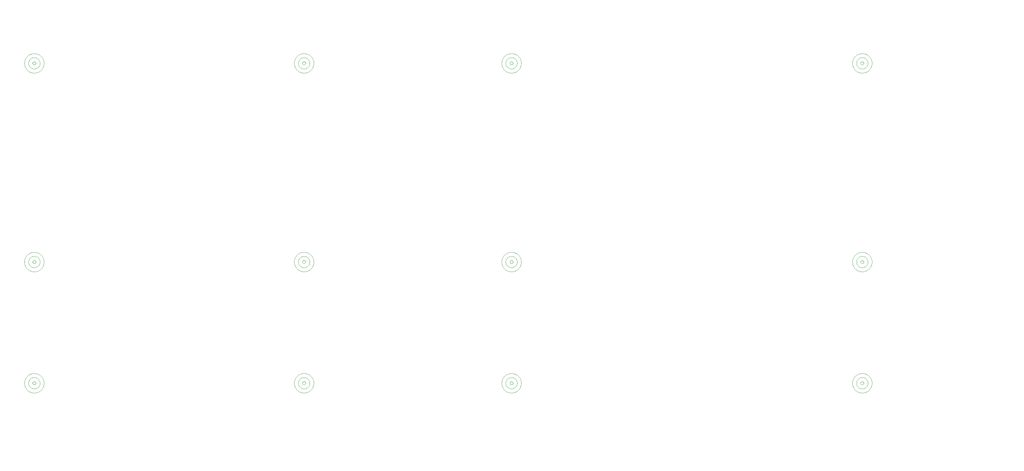
<source format=gbs>
*%FSLAX23Y23*%
*%MOIN*%
G01*
D14*
X11491Y7803D02*
D03*
X11412Y8590D02*
D03*
Y8433D02*
D03*
Y8394D02*
D03*
X11451Y8630D02*
D03*
X11333Y8512D02*
D03*
Y8315D02*
D03*
Y8275D02*
D03*
Y8354D02*
D03*
Y8590D02*
D03*
Y8433D02*
D03*
Y8394D02*
D03*
X11372D02*
D03*
Y8433D02*
D03*
X11294Y8315D02*
D03*
Y8354D02*
D03*
Y8590D02*
D03*
Y8512D02*
D03*
Y8275D02*
D03*
Y8551D02*
D03*
Y8472D02*
D03*
Y8394D02*
D03*
Y8433D02*
D03*
X11333Y8000D02*
D03*
X11451Y7842D02*
D03*
X11412Y8197D02*
D03*
Y8236D02*
D03*
Y8039D02*
D03*
X11333Y8197D02*
D03*
Y7882D02*
D03*
Y7921D02*
D03*
Y7960D02*
D03*
Y8236D02*
D03*
Y8039D02*
D03*
Y8079D02*
D03*
Y8118D02*
D03*
Y8157D02*
D03*
X11372Y8039D02*
D03*
Y8236D02*
D03*
Y8197D02*
D03*
X11294Y7882D02*
D03*
Y8039D02*
D03*
Y8000D02*
D03*
Y7921D02*
D03*
Y8079D02*
D03*
Y8157D02*
D03*
Y8118D02*
D03*
Y8197D02*
D03*
X11254Y8315D02*
D03*
Y8354D02*
D03*
Y8590D02*
D03*
X11215Y8433D02*
D03*
X11254Y8275D02*
D03*
Y8551D02*
D03*
Y8512D02*
D03*
Y8472D02*
D03*
Y8433D02*
D03*
Y8394D02*
D03*
X11215Y8590D02*
D03*
X11136Y8315D02*
D03*
Y8472D02*
D03*
Y8590D02*
D03*
Y8551D02*
D03*
Y8512D02*
D03*
Y8433D02*
D03*
X11176Y8472D02*
D03*
Y8433D02*
D03*
Y8512D02*
D03*
Y8551D02*
D03*
Y8590D02*
D03*
X11097D02*
D03*
Y8472D02*
D03*
Y8551D02*
D03*
Y8512D02*
D03*
Y8433D02*
D03*
X11097Y8039D02*
D03*
X11254Y8039D02*
D03*
Y7882D02*
D03*
Y8197D02*
D03*
Y8000D02*
D03*
Y7960D02*
D03*
Y7921D02*
D03*
Y8118D02*
D03*
Y8157D02*
D03*
Y8079D02*
D03*
X11215Y8039D02*
D03*
X11136Y8000D02*
D03*
X11136Y8157D02*
D03*
Y8039D02*
D03*
Y7882D02*
D03*
Y8236D02*
D03*
Y7960D02*
D03*
Y7921D02*
D03*
X11176Y8000D02*
D03*
X11176Y7921D02*
D03*
Y7960D02*
D03*
Y7882D02*
D03*
Y8039D02*
D03*
X11097Y7960D02*
D03*
Y7882D02*
D03*
Y8000D02*
D03*
Y7921D02*
D03*
X11057Y8590D02*
D03*
Y8315D02*
D03*
Y8551D02*
D03*
Y8512D02*
D03*
X11018Y8433D02*
D03*
Y8590D02*
D03*
X10939Y8472D02*
D03*
Y8433D02*
D03*
Y8590D02*
D03*
Y8512D02*
D03*
Y8551D02*
D03*
X10979Y8315D02*
D03*
Y8472D02*
D03*
Y8433D02*
D03*
Y8590D02*
D03*
Y8512D02*
D03*
Y8551D02*
D03*
X10900Y8472D02*
D03*
Y8433D02*
D03*
Y8590D02*
D03*
Y8512D02*
D03*
Y8551D02*
D03*
X11058Y8039D02*
D03*
X11057Y8157D02*
D03*
X11057Y7882D02*
D03*
X11018Y8039D02*
D03*
X11057Y8236D02*
D03*
Y7960D02*
D03*
Y7921D02*
D03*
X10939Y8039D02*
D03*
X10939Y8039D02*
D03*
Y7882D02*
D03*
Y7921D02*
D03*
Y7960D02*
D03*
Y8000D02*
D03*
X10979Y8039D02*
D03*
Y7921D02*
D03*
Y8157D02*
D03*
Y8236D02*
D03*
Y8000D02*
D03*
Y7960D02*
D03*
Y7882D02*
D03*
X10900Y8075D02*
D03*
Y8039D02*
D03*
X10900Y8000D02*
D03*
Y7960D02*
D03*
Y7882D02*
D03*
Y8039D02*
D03*
Y7921D02*
D03*
X10861Y8472D02*
D03*
Y8433D02*
D03*
Y8275D02*
D03*
Y8394D02*
D03*
Y8590D02*
D03*
Y8512D02*
D03*
Y8315D02*
D03*
Y8354D02*
D03*
Y8551D02*
D03*
X10821Y8433D02*
D03*
Y8394D02*
D03*
Y8590D02*
D03*
X10742D02*
D03*
Y8275D02*
D03*
Y8315D02*
D03*
Y8354D02*
D03*
Y8394D02*
D03*
Y8433D02*
D03*
Y8472D02*
D03*
X10782Y8512D02*
D03*
Y8472D02*
D03*
Y8394D02*
D03*
Y8354D02*
D03*
Y8315D02*
D03*
Y8275D02*
D03*
Y8433D02*
D03*
Y8590D02*
D03*
Y8551D02*
D03*
X10703Y8590D02*
D03*
Y8512D02*
D03*
Y8394D02*
D03*
Y8433D02*
D03*
Y8354D02*
D03*
Y8315D02*
D03*
Y8275D02*
D03*
Y8472D02*
D03*
X10861Y8157D02*
D03*
Y8039D02*
D03*
X10861Y8157D02*
D03*
Y8118D02*
D03*
Y8079D02*
D03*
Y7882D02*
D03*
Y8000D02*
D03*
X10821Y8039D02*
D03*
X10861D02*
D03*
Y7921D02*
D03*
Y7960D02*
D03*
Y8197D02*
D03*
X10821D02*
D03*
X10742Y8000D02*
D03*
Y8157D02*
D03*
Y8197D02*
D03*
Y8236D02*
D03*
Y8118D02*
D03*
Y8079D02*
D03*
Y8039D02*
D03*
Y7960D02*
D03*
X10782Y7882D02*
D03*
Y8197D02*
D03*
Y8236D02*
D03*
Y8157D02*
D03*
Y8118D02*
D03*
Y8079D02*
D03*
Y8039D02*
D03*
Y7960D02*
D03*
X10703Y8157D02*
D03*
Y8118D02*
D03*
Y8236D02*
D03*
Y8079D02*
D03*
Y8039D02*
D03*
Y8000D02*
D03*
Y7960D02*
D03*
Y7921D02*
D03*
Y7882D02*
D03*
Y8197D02*
D03*
X10664Y7842D02*
D03*
X12571Y7202D02*
D03*
X10245D02*
D03*
X8885Y10001D02*
D03*
Y7676D02*
D03*
X8820Y10355D02*
D03*
X6495D02*
D03*
X6444Y10001D02*
D03*
Y7676D02*
D03*
D16*
X11491Y7803D02*
D03*
X11412Y8472D02*
D03*
Y8275D02*
D03*
Y8315D02*
D03*
Y8354D02*
D03*
Y8512D02*
D03*
Y8551D02*
D03*
Y8394D02*
D03*
Y8433D02*
D03*
Y8590D02*
D03*
X11451Y8630D02*
D03*
X11372Y8275D02*
D03*
Y8472D02*
D03*
Y8354D02*
D03*
Y8315D02*
D03*
Y8512D02*
D03*
X11333Y8590D02*
D03*
Y8512D02*
D03*
Y8394D02*
D03*
Y8433D02*
D03*
X11372Y8394D02*
D03*
Y8433D02*
D03*
X11333Y8354D02*
D03*
Y8315D02*
D03*
Y8275D02*
D03*
X11294Y8512D02*
D03*
Y8551D02*
D03*
Y8590D02*
D03*
Y8472D02*
D03*
Y8433D02*
D03*
Y8394D02*
D03*
Y8354D02*
D03*
Y8315D02*
D03*
Y8275D02*
D03*
X11412Y8079D02*
D03*
Y7882D02*
D03*
Y8000D02*
D03*
Y7960D02*
D03*
Y8118D02*
D03*
Y8157D02*
D03*
Y8236D02*
D03*
Y8197D02*
D03*
Y8039D02*
D03*
X11451Y7842D02*
D03*
X11372Y8079D02*
D03*
Y7882D02*
D03*
Y8000D02*
D03*
Y8157D02*
D03*
Y8118D02*
D03*
Y8236D02*
D03*
X11333D02*
D03*
Y8197D02*
D03*
X11372D02*
D03*
X11333Y8157D02*
D03*
Y8118D02*
D03*
Y8079D02*
D03*
Y8039D02*
D03*
X11372D02*
D03*
X11333Y7960D02*
D03*
Y7921D02*
D03*
Y7882D02*
D03*
X11294Y8197D02*
D03*
Y8157D02*
D03*
Y8118D02*
D03*
Y8079D02*
D03*
Y8039D02*
D03*
Y8000D02*
D03*
Y7921D02*
D03*
Y7882D02*
D03*
X11211Y8307D02*
D03*
X11223Y8401D02*
D03*
X11215Y8551D02*
D03*
Y8472D02*
D03*
Y8512D02*
D03*
Y8590D02*
D03*
Y8433D02*
D03*
X11254D02*
D03*
Y8472D02*
D03*
Y8512D02*
D03*
Y8590D02*
D03*
Y8551D02*
D03*
Y8394D02*
D03*
Y8354D02*
D03*
Y8315D02*
D03*
Y8275D02*
D03*
X11136Y8472D02*
D03*
Y8512D02*
D03*
Y8551D02*
D03*
Y8590D02*
D03*
Y8433D02*
D03*
X11176D02*
D03*
Y8472D02*
D03*
Y8512D02*
D03*
Y8551D02*
D03*
Y8590D02*
D03*
X11136Y8315D02*
D03*
X11097Y8590D02*
D03*
Y8551D02*
D03*
Y8512D02*
D03*
Y8472D02*
D03*
Y8433D02*
D03*
X11223Y8071D02*
D03*
X11215Y8000D02*
D03*
Y7921D02*
D03*
Y7960D02*
D03*
Y7882D02*
D03*
X11254Y8197D02*
D03*
Y8157D02*
D03*
Y8118D02*
D03*
Y8079D02*
D03*
Y8039D02*
D03*
Y8000D02*
D03*
X11215Y8039D02*
D03*
X11254Y7960D02*
D03*
Y7921D02*
D03*
Y7882D02*
D03*
X11113Y8083D02*
D03*
X11136Y8157D02*
D03*
Y8236D02*
D03*
X11176Y8039D02*
D03*
Y8000D02*
D03*
Y7960D02*
D03*
Y7921D02*
D03*
Y7882D02*
D03*
X11136D02*
D03*
Y7921D02*
D03*
Y7960D02*
D03*
Y8000D02*
D03*
Y8039D02*
D03*
X11097Y8000D02*
D03*
Y7960D02*
D03*
Y7921D02*
D03*
Y7882D02*
D03*
X11018Y8551D02*
D03*
Y8472D02*
D03*
Y8512D02*
D03*
Y8590D02*
D03*
X11057Y8551D02*
D03*
Y8590D02*
D03*
Y8512D02*
D03*
Y8315D02*
D03*
X11018Y8433D02*
D03*
X10998Y8390D02*
D03*
X10979Y8433D02*
D03*
X10939D02*
D03*
Y8472D02*
D03*
X10979D02*
D03*
Y8512D02*
D03*
X10939D02*
D03*
Y8551D02*
D03*
Y8590D02*
D03*
X10979D02*
D03*
Y8551D02*
D03*
Y8315D02*
D03*
X10900Y8433D02*
D03*
Y8472D02*
D03*
Y8512D02*
D03*
Y8590D02*
D03*
Y8551D02*
D03*
X11057Y8000D02*
D03*
X11018Y7921D02*
D03*
Y7882D02*
D03*
Y7960D02*
D03*
Y8000D02*
D03*
X11057Y8236D02*
D03*
Y8157D02*
D03*
X11018Y8039D02*
D03*
X11057Y7960D02*
D03*
Y7921D02*
D03*
Y7882D02*
D03*
X10979Y8236D02*
D03*
Y8157D02*
D03*
Y8039D02*
D03*
X10939Y8000D02*
D03*
Y7960D02*
D03*
X10979D02*
D03*
Y8000D02*
D03*
Y7921D02*
D03*
X10939D02*
D03*
Y7882D02*
D03*
X10979D02*
D03*
X10904Y8169D02*
D03*
X10900Y7960D02*
D03*
Y7921D02*
D03*
Y7882D02*
D03*
Y8000D02*
D03*
X10892Y8401D02*
D03*
X10821Y8472D02*
D03*
Y8354D02*
D03*
Y8315D02*
D03*
Y8275D02*
D03*
Y8551D02*
D03*
X10861Y8275D02*
D03*
Y8315D02*
D03*
Y8354D02*
D03*
Y8394D02*
D03*
X10821D02*
D03*
Y8433D02*
D03*
X10861D02*
D03*
Y8472D02*
D03*
Y8512D02*
D03*
Y8590D02*
D03*
Y8551D02*
D03*
X10821Y8590D02*
D03*
X10742Y8275D02*
D03*
X10782D02*
D03*
Y8315D02*
D03*
X10742D02*
D03*
Y8354D02*
D03*
X10782D02*
D03*
X10742Y8394D02*
D03*
X10782D02*
D03*
Y8433D02*
D03*
X10742D02*
D03*
Y8472D02*
D03*
X10782D02*
D03*
Y8551D02*
D03*
Y8512D02*
D03*
X10742Y8590D02*
D03*
X10782D02*
D03*
X10703Y8315D02*
D03*
Y8354D02*
D03*
Y8394D02*
D03*
Y8433D02*
D03*
Y8472D02*
D03*
Y8512D02*
D03*
Y8590D02*
D03*
Y8275D02*
D03*
X10821Y7921D02*
D03*
Y8157D02*
D03*
Y8118D02*
D03*
Y8079D02*
D03*
Y7960D02*
D03*
Y8000D02*
D03*
Y7882D02*
D03*
X10861D02*
D03*
Y7921D02*
D03*
Y7960D02*
D03*
Y8000D02*
D03*
X10821Y8039D02*
D03*
X10861Y8079D02*
D03*
Y8118D02*
D03*
Y8197D02*
D03*
X10821D02*
D03*
X10782Y7882D02*
D03*
Y8039D02*
D03*
X10742D02*
D03*
Y8000D02*
D03*
Y7960D02*
D03*
X10782D02*
D03*
Y8118D02*
D03*
Y8079D02*
D03*
X10742D02*
D03*
Y8118D02*
D03*
Y8157D02*
D03*
X10782D02*
D03*
Y8236D02*
D03*
Y8197D02*
D03*
X10742D02*
D03*
Y8236D02*
D03*
X10703Y8039D02*
D03*
Y8000D02*
D03*
Y7960D02*
D03*
Y7921D02*
D03*
Y7882D02*
D03*
Y8079D02*
D03*
Y8118D02*
D03*
Y8157D02*
D03*
Y8197D02*
D03*
Y8236D02*
D03*
X10664Y8630D02*
D03*
X10624Y8669D02*
D03*
Y7803D02*
D03*
X10664Y7842D02*
D03*
D39*
X15126Y8483D02*
D03*
X15078Y9273D02*
D03*
X15082Y9639D02*
D03*
X15121Y9182D02*
D03*
X15011D02*
D03*
X15155Y6959D02*
D03*
X14977Y10086D02*
D03*
X14912Y10440D02*
D03*
X14991Y8483D02*
D03*
X14828Y8410D02*
D03*
X14823Y9109D02*
D03*
X14941Y6962D02*
D03*
X14784Y10082D02*
D03*
Y10029D02*
D03*
X14637Y10179D02*
D03*
X14704Y10035D02*
D03*
X14745Y9326D02*
D03*
X14744Y9378D02*
D03*
X14630Y9327D02*
D03*
Y9378D02*
D03*
X14713Y9109D02*
D03*
X14693Y8410D02*
D03*
X14687Y9529D02*
D03*
X14799Y6796D02*
D03*
X14650Y6889D02*
D03*
X14717Y6745D02*
D03*
X14619Y7176D02*
D03*
X14695Y5537D02*
D03*
X14694Y6023D02*
D03*
X14471Y9843D02*
D03*
X14577Y8657D02*
D03*
X14442D02*
D03*
X14443Y7331D02*
D03*
X14499Y6889D02*
D03*
X14560Y6022D02*
D03*
X14356Y9974D02*
D03*
X14230Y10589D02*
D03*
Y10454D02*
D03*
X14406Y9454D02*
D03*
X14270Y9267D02*
D03*
X14254Y9787D02*
D03*
X14239Y8772D02*
D03*
X14408Y7331D02*
D03*
X14372D02*
D03*
X14301Y7642D02*
D03*
X14229Y7209D02*
D03*
X14339Y5865D02*
D03*
X14316Y6522D02*
D03*
X14226D02*
D03*
X14231Y6622D02*
D03*
X14205Y10387D02*
D03*
X14173Y9247D02*
D03*
X14089Y8442D02*
D03*
Y8352D02*
D03*
X14049Y9307D02*
D03*
X14074Y9012D02*
D03*
Y8872D02*
D03*
X14114Y9782D02*
D03*
X14129Y9327D02*
D03*
Y9377D02*
D03*
X14124Y8942D02*
D03*
X14036Y9783D02*
D03*
X14024Y8937D02*
D03*
X14184Y9097D02*
D03*
X14176Y7187D02*
D03*
X14167Y7640D02*
D03*
X14200Y5862D02*
D03*
X14160Y5537D02*
D03*
X14065Y5667D02*
D03*
X13994Y9182D02*
D03*
Y9307D02*
D03*
X14020Y9737D02*
D03*
X13970Y9582D02*
D03*
X14000Y9607D02*
D03*
X13870Y8952D02*
D03*
X13924Y8712D02*
D03*
Y8622D02*
D03*
X13935Y9552D02*
D03*
X13910Y9507D02*
D03*
X13829Y9302D02*
D03*
Y9782D02*
D03*
X13986Y7360D02*
D03*
X14001Y7302D02*
D03*
X13897Y6843D02*
D03*
X13870Y6962D02*
D03*
X13900Y6992D02*
D03*
X13941Y7188D02*
D03*
X13943Y6803D02*
D03*
X13941Y7086D02*
D03*
X13905Y7057D02*
D03*
X13930Y7022D02*
D03*
X13840Y6932D02*
D03*
X13991Y6671D02*
D03*
X13773Y9957D02*
D03*
X13795Y10132D02*
D03*
Y10177D02*
D03*
Y10217D02*
D03*
X13800Y10262D02*
D03*
X13805Y10302D02*
D03*
X13780Y9997D02*
D03*
X13805Y9047D02*
D03*
X13802Y8622D02*
D03*
X13656Y9138D02*
D03*
X13700Y9047D02*
D03*
X13659Y9477D02*
D03*
X13667Y8622D02*
D03*
X13655Y8977D02*
D03*
X13700Y9337D02*
D03*
Y9372D02*
D03*
Y9407D02*
D03*
X13659Y9582D02*
D03*
X13729Y9302D02*
D03*
Y9782D02*
D03*
X13639Y8448D02*
D03*
X13792Y6806D02*
D03*
X13686Y8132D02*
D03*
X13691Y7433D02*
D03*
X13744Y7260D02*
D03*
X13641Y7258D02*
D03*
X13821Y6657D02*
D03*
X13770Y6662D02*
D03*
X13665D02*
D03*
X13715D02*
D03*
X13740Y6632D02*
D03*
X13640Y5537D02*
D03*
X13599Y9827D02*
D03*
X13609Y9887D02*
D03*
X13485Y10197D02*
D03*
X13550Y10062D02*
D03*
X13455Y10172D02*
D03*
X13615Y9247D02*
D03*
X13463Y9224D02*
D03*
Y9189D02*
D03*
X13471Y9350D02*
D03*
X13504Y8448D02*
D03*
X13459Y9307D02*
D03*
X13525Y9142D02*
D03*
X13534Y9297D02*
D03*
X13576Y8132D02*
D03*
X13605Y7112D02*
D03*
X13471Y6873D02*
D03*
X13472Y7138D02*
D03*
X13471Y7188D02*
D03*
X13472Y6916D02*
D03*
X13478Y7997D02*
D03*
X13556Y7433D02*
D03*
X13608Y6113D02*
D03*
X13466Y6647D02*
D03*
X13511D02*
D03*
X13556D02*
D03*
X13425Y10147D02*
D03*
X13283Y9870D02*
D03*
X13339Y9925D02*
D03*
X13311Y9897D02*
D03*
X13431Y9000D02*
D03*
X13411Y7362D02*
D03*
Y7302D02*
D03*
X13266Y7169D02*
D03*
X13306Y6922D02*
D03*
X13330Y7492D02*
D03*
X13346Y7023D02*
D03*
Y7088D02*
D03*
X13416Y6657D02*
D03*
X13271Y6537D02*
D03*
X13358Y6113D02*
D03*
X13100Y9847D02*
D03*
Y9882D02*
D03*
Y9917D02*
D03*
Y9952D02*
D03*
Y9987D02*
D03*
Y10022D02*
D03*
Y10057D02*
D03*
X13150Y10087D02*
D03*
X13110Y9677D02*
D03*
X13095Y8527D02*
D03*
X13045Y8502D02*
D03*
X13235Y7000D02*
D03*
Y7193D02*
D03*
X13179Y8247D02*
D03*
Y7512D02*
D03*
X13086Y6763D02*
D03*
X13087Y6851D02*
D03*
X13153Y6807D02*
D03*
X13195Y6644D02*
D03*
X13105Y5537D02*
D03*
X13071Y6262D02*
D03*
Y6182D02*
D03*
X13040Y9747D02*
D03*
X12985Y10057D02*
D03*
X13020Y8477D02*
D03*
X13005Y9737D02*
D03*
X12975Y9716D02*
D03*
X12955Y9797D02*
D03*
X12950Y9757D02*
D03*
X13020Y6809D02*
D03*
X12911Y7052D02*
D03*
X12901Y6537D02*
D03*
X12900Y6439D02*
D03*
X12835Y10447D02*
D03*
X12785Y10507D02*
D03*
X12810Y10477D02*
D03*
X12836Y9833D02*
D03*
X12818Y10000D02*
D03*
X12795Y9871D02*
D03*
Y9907D02*
D03*
X12838Y10269D02*
D03*
X12726Y10548D02*
D03*
X12765Y10537D02*
D03*
X12721Y9941D02*
D03*
X12690Y9972D02*
D03*
X12757Y9904D02*
D03*
X12739Y10300D02*
D03*
X12726Y6022D02*
D03*
X12581Y10157D02*
D03*
X12620Y10312D02*
D03*
X12635Y10117D02*
D03*
Y10082D02*
D03*
Y10047D02*
D03*
Y10012D02*
D03*
X12528Y10518D02*
D03*
X12553Y10489D02*
D03*
X12501Y10539D02*
D03*
X12540Y9867D02*
D03*
X12475Y10517D02*
D03*
X12601Y8773D02*
D03*
X12645Y8812D02*
D03*
X12500Y9372D02*
D03*
X12568Y9307D02*
D03*
X12543Y9332D02*
D03*
X12526Y9082D02*
D03*
X12535Y8697D02*
D03*
Y8662D02*
D03*
Y8627D02*
D03*
Y9262D02*
D03*
X12565Y9217D02*
D03*
X12476Y8844D02*
D03*
X12505Y6722D02*
D03*
X12525Y7870D02*
D03*
X12535Y6747D02*
D03*
X12566Y7870D02*
D03*
X12475Y6697D02*
D03*
X12476Y7872D02*
D03*
X12640Y5932D02*
D03*
X12485Y5892D02*
D03*
X12647Y6134D02*
D03*
X12412Y10461D02*
D03*
X12441Y10491D02*
D03*
X12376Y9869D02*
D03*
X12380Y10436D02*
D03*
Y10267D02*
D03*
X12352Y10384D02*
D03*
X12293Y10332D02*
D03*
X12420Y9327D02*
D03*
X12450Y8817D02*
D03*
X12427Y8794D02*
D03*
X12312Y9348D02*
D03*
X12355Y8957D02*
D03*
Y8992D02*
D03*
Y9027D02*
D03*
Y9062D02*
D03*
Y9097D02*
D03*
Y9132D02*
D03*
Y9167D02*
D03*
Y9202D02*
D03*
Y8887D02*
D03*
Y8922D02*
D03*
X12333Y9251D02*
D03*
X12359Y9278D02*
D03*
X12366Y9347D02*
D03*
X12341Y9484D02*
D03*
X12263Y9181D02*
D03*
X12420Y7040D02*
D03*
X12433Y7539D02*
D03*
X12396Y7870D02*
D03*
X12338Y6959D02*
D03*
X12390Y5427D02*
D03*
X12450Y5792D02*
D03*
X12415Y6487D02*
D03*
X12285Y6672D02*
D03*
X12265Y5537D02*
D03*
X12248Y10318D02*
D03*
X12150Y10092D02*
D03*
X12242Y9363D02*
D03*
X12220Y9112D02*
D03*
X12195Y9137D02*
D03*
X12100Y9532D02*
D03*
X12125Y9507D02*
D03*
X12164Y9335D02*
D03*
X12170Y9162D02*
D03*
X12145Y9187D02*
D03*
X12075Y9557D02*
D03*
X12215Y7878D02*
D03*
X12135Y7813D02*
D03*
X12080Y7827D02*
D03*
X12210Y6352D02*
D03*
X12250Y5717D02*
D03*
X12245Y6292D02*
D03*
Y6257D02*
D03*
Y6222D02*
D03*
Y6187D02*
D03*
X12260Y6582D02*
D03*
X12235Y6462D02*
D03*
X12115Y6122D02*
D03*
X12154Y6157D02*
D03*
X12183Y6133D02*
D03*
X12073Y5801D02*
D03*
X12023Y9181D02*
D03*
X12050Y9582D02*
D03*
X12032Y8982D02*
D03*
X12025Y9607D02*
D03*
X11925Y9242D02*
D03*
X11960Y9272D02*
D03*
X11915Y9311D02*
D03*
X11900Y9732D02*
D03*
X11875Y9757D02*
D03*
X11910Y7052D02*
D03*
X11960D02*
D03*
X12005Y6582D02*
D03*
Y6472D02*
D03*
X12045D02*
D03*
X12025Y6162D02*
D03*
X12020Y6047D02*
D03*
X11965Y6611D02*
D03*
X11925Y6367D02*
D03*
X11895Y6017D02*
D03*
X11935Y6292D02*
D03*
Y6257D02*
D03*
Y6222D02*
D03*
Y6187D02*
D03*
X11945Y6152D02*
D03*
X11970Y5702D02*
D03*
X11965Y6577D02*
D03*
X11970Y6472D02*
D03*
X11982Y6369D02*
D03*
X11950Y6332D02*
D03*
X11800Y9832D02*
D03*
X11725Y9912D02*
D03*
X11750Y9887D02*
D03*
X11775Y9857D02*
D03*
X11700Y9937D02*
D03*
X11675Y9962D02*
D03*
X11858Y8843D02*
D03*
X11803Y8848D02*
D03*
X11820Y9405D02*
D03*
X11855Y9431D02*
D03*
X11825Y9807D02*
D03*
X11850Y9782D02*
D03*
X11795Y8997D02*
D03*
X11721Y9358D02*
D03*
X11735Y9172D02*
D03*
Y9242D02*
D03*
Y9312D02*
D03*
Y9277D02*
D03*
Y9207D02*
D03*
Y9137D02*
D03*
Y9102D02*
D03*
Y9067D02*
D03*
Y9032D02*
D03*
Y8997D02*
D03*
X11790Y9382D02*
D03*
X11690Y8972D02*
D03*
X11814Y6836D02*
D03*
X11844Y6901D02*
D03*
X11810Y7052D02*
D03*
X11860D02*
D03*
X11710D02*
D03*
X11760D02*
D03*
X11800Y5797D02*
D03*
X11805Y6042D02*
D03*
X11835Y6017D02*
D03*
X11865Y5992D02*
D03*
X11700Y6157D02*
D03*
X11740Y6112D02*
D03*
X11765Y6425D02*
D03*
X11769Y6471D02*
D03*
X11630Y9922D02*
D03*
X11625Y9867D02*
D03*
X11650Y9987D02*
D03*
X11575Y9851D02*
D03*
X11499Y9399D02*
D03*
X11490Y8891D02*
D03*
X11615Y8956D02*
D03*
X11590Y8920D02*
D03*
X11565Y8939D02*
D03*
X11540Y8913D02*
D03*
X11665Y8947D02*
D03*
X11640Y8922D02*
D03*
X11505Y8942D02*
D03*
X11545Y8637D02*
D03*
X11573Y8256D02*
D03*
X11491Y8669D02*
D03*
X11489Y9439D02*
D03*
X11660Y7052D02*
D03*
X11505D02*
D03*
X11510Y6984D02*
D03*
X11577Y7044D02*
D03*
X11552Y6951D02*
D03*
X11670Y6187D02*
D03*
X11640Y6212D02*
D03*
X11510Y5987D02*
D03*
X11560Y6455D02*
D03*
X11554Y6420D02*
D03*
X11550Y5962D02*
D03*
X11470Y9697D02*
D03*
X11478Y9733D02*
D03*
X11465Y6922D02*
D03*
X11458Y9998D02*
D03*
X11315Y9947D02*
D03*
X11394Y9944D02*
D03*
X11445Y9672D02*
D03*
X11420Y9647D02*
D03*
X11455Y8677D02*
D03*
X11428Y9286D02*
D03*
X11345Y9572D02*
D03*
X11320Y9547D02*
D03*
X11349Y9121D02*
D03*
X11395Y9622D02*
D03*
X11370Y9597D02*
D03*
X11383Y9154D02*
D03*
X11295Y9522D02*
D03*
X11460Y7711D02*
D03*
X11405Y7052D02*
D03*
X11460D02*
D03*
X11431Y7748D02*
D03*
X11325Y6907D02*
D03*
X11305Y7052D02*
D03*
X11355D02*
D03*
X11429Y5375D02*
D03*
X11460Y6087D02*
D03*
X11375Y6362D02*
D03*
X11355Y6272D02*
D03*
X11385Y6037D02*
D03*
X11242Y9951D02*
D03*
X11270Y9497D02*
D03*
X11220Y9447D02*
D03*
X11245Y9472D02*
D03*
X11230Y9097D02*
D03*
X11145Y9372D02*
D03*
X11120Y9347D02*
D03*
X11195Y9422D02*
D03*
X11170Y9397D02*
D03*
X11095Y9322D02*
D03*
X11275Y6947D02*
D03*
X11210Y6837D02*
D03*
Y7052D02*
D03*
X11255D02*
D03*
X11160D02*
D03*
X11105D02*
D03*
X11205Y6243D02*
D03*
X11019Y9972D02*
D03*
X10892Y9831D02*
D03*
X10940Y9097D02*
D03*
X11070Y9297D02*
D03*
X11045Y9272D02*
D03*
X11020Y9247D02*
D03*
X10965Y9252D02*
D03*
X11072Y6964D02*
D03*
X11040Y6982D02*
D03*
X11070Y6712D02*
D03*
X11055Y7052D02*
D03*
X10955D02*
D03*
X11005D02*
D03*
X10910D02*
D03*
X10940Y6362D02*
D03*
X10785Y9957D02*
D03*
X10737Y10333D02*
D03*
Y10223D02*
D03*
X10750Y9908D02*
D03*
X10825Y8997D02*
D03*
X10780Y9217D02*
D03*
X10830Y9172D02*
D03*
X10855Y9147D02*
D03*
X10720Y8947D02*
D03*
X10763Y9813D02*
D03*
X10857Y9002D02*
D03*
X10817Y9103D02*
D03*
X10765Y9478D02*
D03*
X10735Y9097D02*
D03*
X10745Y8922D02*
D03*
X10800Y9187D02*
D03*
X10785Y8912D02*
D03*
X10779Y9675D02*
D03*
X10780Y9618D02*
D03*
X10781Y9577D02*
D03*
Y9537D02*
D03*
X10767Y9715D02*
D03*
X10780Y9252D02*
D03*
X10860Y7052D02*
D03*
X10760D02*
D03*
X10742Y7842D02*
D03*
X10810Y7052D02*
D03*
X10705D02*
D03*
X10840Y6027D02*
D03*
X10522Y10563D02*
D03*
X10587Y10423D02*
D03*
X10582Y10378D02*
D03*
X10600Y10094D02*
D03*
X10576Y10195D02*
D03*
X10695Y8972D02*
D03*
X10620Y9634D02*
D03*
X10649Y9666D02*
D03*
X10645Y9367D02*
D03*
X10633Y9458D02*
D03*
X10645Y9587D02*
D03*
X10547Y9498D02*
D03*
X10610Y9372D02*
D03*
X10575Y9382D02*
D03*
X10605Y8926D02*
D03*
X10515Y8637D02*
D03*
X10695Y6927D02*
D03*
X10660Y7052D02*
D03*
X10565Y7727D02*
D03*
X10560Y7052D02*
D03*
X10605D02*
D03*
X10585Y8216D02*
D03*
X10510Y7052D02*
D03*
X10565Y7862D02*
D03*
X10634Y5641D02*
D03*
X10513Y5692D02*
D03*
X10362Y10478D02*
D03*
X10372Y10378D02*
D03*
X10365Y10006D02*
D03*
X10406Y9967D02*
D03*
X10407Y10060D02*
D03*
X10430Y8707D02*
D03*
X10327Y9558D02*
D03*
Y9648D02*
D03*
X10320Y8673D02*
D03*
X10460Y7052D02*
D03*
X10375Y7352D02*
D03*
X10405Y7052D02*
D03*
X10232Y10398D02*
D03*
X10246Y9967D02*
D03*
X10207Y10108D02*
D03*
X10122Y9898D02*
D03*
X10266Y7321D02*
D03*
X10292Y7764D02*
D03*
X10266Y7697D02*
D03*
X10072Y10243D02*
D03*
Y10343D02*
D03*
X10047Y9728D02*
D03*
X10075Y7767D02*
D03*
X9907Y10368D02*
D03*
X9787Y10578D02*
D03*
X9867Y10218D02*
D03*
X9602Y10488D02*
D03*
X9590Y9562D02*
D03*
X9555Y9452D02*
D03*
Y9417D02*
D03*
Y9382D02*
D03*
Y9347D02*
D03*
Y9312D02*
D03*
Y9277D02*
D03*
Y9242D02*
D03*
Y9207D02*
D03*
Y9172D02*
D03*
Y9137D02*
D03*
Y9102D02*
D03*
Y9067D02*
D03*
Y9032D02*
D03*
Y8997D02*
D03*
Y8962D02*
D03*
Y8927D02*
D03*
X9605Y7621D02*
D03*
X9687Y6654D02*
D03*
X9467Y10578D02*
D03*
Y10303D02*
D03*
Y10393D02*
D03*
X9378Y8403D02*
D03*
X9390Y6787D02*
D03*
X9341Y7669D02*
D03*
X9045Y9037D02*
D03*
Y8987D02*
D03*
Y8937D02*
D03*
Y8887D02*
D03*
Y8837D02*
D03*
Y8787D02*
D03*
Y8737D02*
D03*
Y8687D02*
D03*
Y8287D02*
D03*
Y7887D02*
D03*
Y7937D02*
D03*
Y7987D02*
D03*
Y8187D02*
D03*
Y8237D02*
D03*
Y8137D02*
D03*
Y8037D02*
D03*
Y8087D02*
D03*
X8725Y9037D02*
D03*
Y8737D02*
D03*
Y8887D02*
D03*
Y8837D02*
D03*
Y8787D02*
D03*
Y8687D02*
D03*
Y8937D02*
D03*
Y8987D02*
D03*
X8715Y8287D02*
D03*
X8725Y9537D02*
D03*
X8660Y8352D02*
D03*
X8715Y7987D02*
D03*
Y7937D02*
D03*
Y8037D02*
D03*
Y8087D02*
D03*
Y8137D02*
D03*
Y8187D02*
D03*
Y8237D02*
D03*
Y7837D02*
D03*
Y7887D02*
D03*
X7955Y10202D02*
D03*
X7905D02*
D03*
X7955Y10507D02*
D03*
X7905D02*
D03*
X7805Y10202D02*
D03*
Y10507D02*
D03*
X7855Y10202D02*
D03*
Y10507D02*
D03*
X7755Y10202D02*
D03*
X7705D02*
D03*
X7755Y10507D02*
D03*
X7705D02*
D03*
X7605D02*
D03*
Y10202D02*
D03*
X7655D02*
D03*
Y10507D02*
D03*
X7360Y10202D02*
D03*
X7305D02*
D03*
Y10507D02*
D03*
X7205Y10202D02*
D03*
X7255D02*
D03*
X7155D02*
D03*
X7105Y10507D02*
D03*
X6810D02*
D03*
X6759D02*
D03*
X6758Y10161D02*
D03*
X6615Y9837D02*
D03*
X6620Y8437D02*
D03*
X6615Y9737D02*
D03*
Y9787D02*
D03*
X6605Y8487D02*
D03*
X6285Y8387D02*
D03*
X5225Y7762D02*
D03*
X5375Y6897D02*
D03*
X5361Y7321D02*
D03*
X5260Y6832D02*
D03*
X5145Y9437D02*
D03*
Y7567D02*
D03*
X5140Y7082D02*
D03*
X5202Y7516D02*
D03*
X4879Y8662D02*
D03*
X4865Y6682D02*
D03*
X4774Y8635D02*
D03*
X4770Y7617D02*
D03*
Y7417D02*
D03*
X4640Y7162D02*
D03*
X4590Y6727D02*
D03*
D41*
X11491Y7803D02*
D03*
X11254Y8472D02*
D03*
X11451Y8630D02*
D03*
X11136Y8512D02*
D03*
X10624Y8669D02*
D03*
X10664Y8630D02*
D03*
X10703Y8512D02*
D03*
X10782D02*
D03*
X10861D02*
D03*
X10821Y8394D02*
D03*
Y8275D02*
D03*
X10782D02*
D03*
X10742D02*
D03*
X10703D02*
D03*
Y8315D02*
D03*
X10742D02*
D03*
X10782D02*
D03*
Y8354D02*
D03*
X10742D02*
D03*
X10703D02*
D03*
X10782Y8551D02*
D03*
X10821D02*
D03*
X10861D02*
D03*
X10979Y8512D02*
D03*
Y8551D02*
D03*
Y8590D02*
D03*
X10939D02*
D03*
Y8551D02*
D03*
Y8512D02*
D03*
X11018Y8433D02*
D03*
X10979D02*
D03*
X10939D02*
D03*
X10861Y8394D02*
D03*
Y8354D02*
D03*
Y8315D02*
D03*
X10782Y8394D02*
D03*
X10742D02*
D03*
X10703D02*
D03*
X10900Y8590D02*
D03*
Y8551D02*
D03*
Y8512D02*
D03*
Y8472D02*
D03*
Y8433D02*
D03*
X10861Y8590D02*
D03*
X10821D02*
D03*
X10782D02*
D03*
X10742D02*
D03*
X10703D02*
D03*
Y8472D02*
D03*
X10742D02*
D03*
X10782D02*
D03*
X10821D02*
D03*
X10861D02*
D03*
Y8433D02*
D03*
X10821D02*
D03*
X10782D02*
D03*
X10742D02*
D03*
X10703D02*
D03*
X11136Y8315D02*
D03*
X10861Y8275D02*
D03*
X10979Y8315D02*
D03*
X11057D02*
D03*
X11215Y8433D02*
D03*
X11176D02*
D03*
X11136D02*
D03*
X11097D02*
D03*
Y8472D02*
D03*
X11018D02*
D03*
Y8512D02*
D03*
X11057D02*
D03*
X11097D02*
D03*
X11057Y8551D02*
D03*
X11018D02*
D03*
Y8590D02*
D03*
X11057D02*
D03*
X11097D02*
D03*
Y8551D02*
D03*
X11136D02*
D03*
Y8590D02*
D03*
X11176D02*
D03*
Y8551D02*
D03*
Y8512D02*
D03*
X11294Y8590D02*
D03*
X11254D02*
D03*
X11215D02*
D03*
X11254Y8551D02*
D03*
X11215D02*
D03*
X11294Y8472D02*
D03*
X11215D02*
D03*
Y8512D02*
D03*
X11254D02*
D03*
X11294D02*
D03*
X11333Y8590D02*
D03*
X11412D02*
D03*
Y8551D02*
D03*
X11333Y8512D02*
D03*
X11372D02*
D03*
X11412D02*
D03*
X11372Y8472D02*
D03*
X11412D02*
D03*
X11254Y8354D02*
D03*
Y8394D02*
D03*
Y8433D02*
D03*
X11294D02*
D03*
X11333D02*
D03*
X11372D02*
D03*
X11412D02*
D03*
Y8394D02*
D03*
X11372D02*
D03*
X11294D02*
D03*
X11333D02*
D03*
Y8354D02*
D03*
X11372D02*
D03*
X11412D02*
D03*
Y8315D02*
D03*
X11372D02*
D03*
X11333D02*
D03*
X11254D02*
D03*
Y8275D02*
D03*
X11294D02*
D03*
X11333D02*
D03*
X11372D02*
D03*
X10821Y8315D02*
D03*
Y8354D02*
D03*
X10979Y8472D02*
D03*
X10939D02*
D03*
X11136Y8472D02*
D03*
X11176D02*
D03*
X11294Y8315D02*
D03*
Y8354D02*
D03*
X11412Y8275D02*
D03*
X11294Y8551D02*
D03*
X11211Y8307D02*
D03*
X11223Y8401D02*
D03*
X10998Y8390D02*
D03*
X10892Y8401D02*
D03*
X11059Y8039D02*
D03*
X11097Y8037D02*
D03*
X11334Y7999D02*
D03*
X10703Y7921D02*
D03*
X10624Y7803D02*
D03*
X10664Y7842D02*
D03*
X10703Y7882D02*
D03*
X10821Y7921D02*
D03*
X10861D02*
D03*
X11451Y7842D02*
D03*
X11333Y7921D02*
D03*
X11254Y7960D02*
D03*
X11333D02*
D03*
X11412D02*
D03*
Y8000D02*
D03*
X11372D02*
D03*
X10821Y8197D02*
D03*
X10861Y8118D02*
D03*
X10782Y7882D02*
D03*
X10821D02*
D03*
X10861D02*
D03*
X10782Y8118D02*
D03*
X10742D02*
D03*
X10703D02*
D03*
Y8157D02*
D03*
X10742D02*
D03*
X10782D02*
D03*
Y8197D02*
D03*
X10742D02*
D03*
X10703D02*
D03*
Y8236D02*
D03*
X10742D02*
D03*
X10782D02*
D03*
X10979Y7960D02*
D03*
Y7921D02*
D03*
Y7882D02*
D03*
X10939D02*
D03*
Y7921D02*
D03*
Y7960D02*
D03*
X11097D02*
D03*
Y7921D02*
D03*
Y7882D02*
D03*
X11057D02*
D03*
Y7921D02*
D03*
Y7960D02*
D03*
X11018D02*
D03*
Y7921D02*
D03*
Y7882D02*
D03*
X11412Y7882D02*
D03*
X11372D02*
D03*
X11333D02*
D03*
X11136Y7960D02*
D03*
X11176D02*
D03*
X11215D02*
D03*
X11294Y8000D02*
D03*
X11254D02*
D03*
X11215D02*
D03*
X11136Y8039D02*
D03*
X11176D02*
D03*
X11215D02*
D03*
X11097Y8000D02*
D03*
X11057D02*
D03*
X11018D02*
D03*
X11018Y8039D02*
D03*
X10979D02*
D03*
X10939D02*
D03*
X11254D02*
D03*
X11294D02*
D03*
X11333D02*
D03*
X11372D02*
D03*
X11412D02*
D03*
X11294Y7921D02*
D03*
X11254D02*
D03*
X11215D02*
D03*
X11176D02*
D03*
X11136D02*
D03*
Y7882D02*
D03*
X11176D02*
D03*
X11215D02*
D03*
X11254D02*
D03*
X11294D02*
D03*
X10900Y7882D02*
D03*
Y7921D02*
D03*
Y7960D02*
D03*
Y8000D02*
D03*
Y8039D02*
D03*
X10703Y7960D02*
D03*
X10742D02*
D03*
X10782D02*
D03*
X10821D02*
D03*
X10861D02*
D03*
Y8000D02*
D03*
X10821D02*
D03*
X10742D02*
D03*
X10703D02*
D03*
Y8039D02*
D03*
X10742D02*
D03*
X10782D02*
D03*
X10821D02*
D03*
X10861D02*
D03*
Y8079D02*
D03*
X10821D02*
D03*
X10782D02*
D03*
X10742D02*
D03*
X10703D02*
D03*
X10861Y8157D02*
D03*
Y8197D02*
D03*
X10979Y8157D02*
D03*
X11136D02*
D03*
X11057D02*
D03*
X10979Y8236D02*
D03*
X11057D02*
D03*
X11136D02*
D03*
X11372D02*
D03*
X11333D02*
D03*
X11254Y8197D02*
D03*
X11294D02*
D03*
X11372D02*
D03*
X11412D02*
D03*
Y8157D02*
D03*
X11372D02*
D03*
X11333D02*
D03*
X11254D02*
D03*
X11333Y8118D02*
D03*
X11372D02*
D03*
X11412D02*
D03*
Y8079D02*
D03*
X11372D02*
D03*
X11333D02*
D03*
X11294D02*
D03*
X11254D02*
D03*
Y8118D02*
D03*
X10821Y8157D02*
D03*
Y8118D02*
D03*
X10939Y8000D02*
D03*
X10979D02*
D03*
X11136D02*
D03*
X11176D02*
D03*
X11333Y8197D02*
D03*
X11294Y8157D02*
D03*
Y8118D02*
D03*
X11412Y8236D02*
D03*
X11113Y8083D02*
D03*
X11223Y8071D02*
D03*
X10904Y8169D02*
D03*
X10900Y8075D02*
D03*
X14828Y7904D02*
D03*
X14043Y9531D02*
D03*
X14009Y10268D02*
D03*
X13959Y9760D02*
D03*
X13915Y9462D02*
D03*
X13842Y6083D02*
D03*
X13639Y6809D02*
D03*
X13802Y7903D02*
D03*
X13580Y5392D02*
D03*
X13347Y5947D02*
D03*
X12782Y6841D02*
D03*
X12816D02*
D03*
X12595Y8726D02*
D03*
X12650Y8762D02*
D03*
Y7677D02*
D03*
X12649Y6292D02*
D03*
X12280Y6367D02*
D03*
X12081Y10399D02*
D03*
X12135Y7357D02*
D03*
X12160Y6791D02*
D03*
X12181Y6772D02*
D03*
X12117Y6713D02*
D03*
X12089Y6711D02*
D03*
X12257Y5750D02*
D03*
X12232Y5432D02*
D03*
X12155Y5792D02*
D03*
X12049Y10014D02*
D03*
X12030Y10371D02*
D03*
X11987Y9207D02*
D03*
X11959Y5638D02*
D03*
X11613Y7874D02*
D03*
X11620Y7348D02*
D03*
X11657Y6983D02*
D03*
X11601Y7795D02*
D03*
X11543Y5835D02*
D03*
X11028Y6076D02*
D03*
Y5997D02*
D03*
X11068Y6313D02*
D03*
X10852Y6806D02*
D03*
X10735Y6728D02*
D03*
X10684Y6671D02*
D03*
X10648Y6663D02*
D03*
X10595Y5812D02*
D03*
Y5997D02*
D03*
X10310Y7352D02*
D03*
X10358Y7049D02*
D03*
X10482Y6592D02*
D03*
X10346D02*
D03*
X10417D02*
D03*
X10255Y6957D02*
D03*
X10224Y5887D02*
D03*
X10068Y7561D02*
D03*
X10005Y7502D02*
D03*
X10076Y7600D02*
D03*
X9943Y7161D02*
D03*
X9911Y5541D02*
D03*
X9888Y7173D02*
D03*
X9670Y7802D02*
D03*
X9632Y5370D02*
D03*
X9345Y7802D02*
D03*
X9234Y5959D02*
D03*
X9186Y6384D02*
D03*
X9190Y6647D02*
D03*
X9215Y5367D02*
D03*
X9245Y5387D02*
D03*
X9222Y5636D02*
D03*
X9046Y9890D02*
D03*
X9043Y8645D02*
D03*
X9041Y7787D02*
D03*
X9055Y5607D02*
D03*
X8890Y7337D02*
D03*
X8730Y9885D02*
D03*
X8706Y10204D02*
D03*
X8708Y10506D02*
D03*
X8726Y8638D02*
D03*
X8687Y6737D02*
D03*
X8724Y7787D02*
D03*
X8722Y6043D02*
D03*
X8404Y10202D02*
D03*
X8450Y5926D02*
D03*
X8260Y6000D02*
D03*
X8149Y6634D02*
D03*
X7938Y7427D02*
D03*
X7933Y7271D02*
D03*
X6856Y10198D02*
D03*
X6595Y9889D02*
D03*
X6605Y10201D02*
D03*
X6607Y10512D02*
D03*
X6600Y8337D02*
D03*
X6601Y8787D02*
D03*
X6600Y7787D02*
D03*
X6707Y6795D02*
D03*
X6652Y6850D02*
D03*
X6680Y6819D02*
D03*
X6456Y7134D02*
D03*
X6451Y7173D02*
D03*
X6291Y9889D02*
D03*
X6286Y8289D02*
D03*
X6288Y8787D02*
D03*
X6287Y7788D02*
D03*
X5829Y5749D02*
D03*
X5735Y5947D02*
D03*
X5780D02*
D03*
X5677Y6503D02*
D03*
X5655Y6523D02*
D03*
X5666Y5458D02*
D03*
X5677Y6023D02*
D03*
X5781Y5749D02*
D03*
X5493Y6510D02*
D03*
X5227Y7153D02*
D03*
X5282Y7205D02*
D03*
X5325Y7248D02*
D03*
X5115Y9002D02*
D03*
X5142Y6878D02*
D03*
X5144Y6779D02*
D03*
X5191Y7457D02*
D03*
X4960Y8647D02*
D03*
X4912Y5846D02*
D03*
X4731Y8788D02*
D03*
X4777Y6295D02*
D03*
X4432Y6061D02*
D03*
X4396Y6060D02*
D03*
X4413Y6090D02*
D03*
D42*
X12589Y9869D02*
D03*
X12622Y9865D02*
D03*
D53*
X13834Y10003D02*
X13834D01*
X13834D02*
X13834Y9992D01*
X13836Y9981D01*
X13838Y9971D01*
X13842Y9960D01*
X13846Y9951D01*
X13852Y9941D01*
X13858Y9932D01*
X13865Y9924D01*
X13873Y9916D01*
X13882Y9910D01*
X13891Y9904D01*
X13900Y9899D01*
X13911Y9895D01*
X13921Y9892D01*
X13932Y9890D01*
X13943Y9889D01*
X13953D01*
X13964Y9890D01*
X13975Y9892D01*
X13985Y9895D01*
X13996Y9899D01*
X14005Y9904D01*
X14014Y9910D01*
X14023Y9916D01*
X14031Y9924D01*
X14038Y9932D01*
X14044Y9941D01*
X14050Y9951D01*
X14054Y9960D01*
X14058Y9971D01*
X14060Y9981D01*
X14062Y9992D01*
X14062Y10003D01*
X14064D01*
X14062D02*
X14062Y10014D01*
X14060Y10025D01*
X14058Y10035D01*
X14054Y10046D01*
X14050Y10055D01*
X14044Y10065D01*
X14038Y10074D01*
X14031Y10082D01*
X14023Y10090D01*
X14014Y10096D01*
X14005Y10102D01*
X13996Y10107D01*
X13985Y10111D01*
X13975Y10114D01*
X13964Y10116D01*
X13953Y10117D01*
X13943D01*
X13932Y10116D01*
X13921Y10114D01*
X13911Y10111D01*
X13900Y10107D01*
X13891Y10102D01*
X13882Y10096D01*
X13873Y10090D01*
X13865Y10082D01*
X13858Y10074D01*
X13852Y10065D01*
X13846Y10055D01*
X13842Y10046D01*
X13838Y10035D01*
X13836Y10025D01*
X13834Y10014D01*
X13834Y10003D01*
X13882D02*
X13882D01*
X13882D02*
X13882Y9993D01*
X13884Y9983D01*
X13888Y9974D01*
X13893Y9966D01*
X13899Y9958D01*
X13907Y9951D01*
X13915Y9945D01*
X13924Y9941D01*
X13933Y9938D01*
X13943Y9937D01*
X13953D01*
X13963Y9938D01*
X13972Y9941D01*
X13981Y9945D01*
X13989Y9951D01*
X13997Y9958D01*
X14003Y9966D01*
X14008Y9974D01*
X14012Y9983D01*
X14014Y9993D01*
X14014Y10003D01*
X14016D01*
X14014D02*
X14014Y10013D01*
X14012Y10023D01*
X14008Y10032D01*
X14003Y10040D01*
X13997Y10048D01*
X13989Y10055D01*
X13981Y10061D01*
X13972Y10065D01*
X13963Y10068D01*
X13953Y10069D01*
X13943D01*
X13933Y10068D01*
X13924Y10065D01*
X13915Y10061D01*
X13907Y10055D01*
X13899Y10048D01*
X13893Y10040D01*
X13888Y10032D01*
X13884Y10023D01*
X13882Y10013D01*
X13882Y10003D01*
X13930D02*
X13930D01*
X13930D02*
X13931Y9997D01*
X13934Y9991D01*
X13939Y9987D01*
X13945Y9985D01*
X13951D01*
X13957Y9987D01*
X13962Y9991D01*
X13965Y9997D01*
X13966Y10003D01*
X13968D01*
X13966D02*
X13965Y10009D01*
X13962Y10015D01*
X13957Y10019D01*
X13951Y10021D01*
X13945D01*
X13939Y10019D01*
X13934Y10015D01*
X13931Y10009D01*
X13930Y10003D01*
X13834Y7680D02*
X13834D01*
X13834D02*
X13834Y7669D01*
X13836Y7658D01*
X13838Y7648D01*
X13842Y7637D01*
X13846Y7628D01*
X13852Y7618D01*
X13858Y7609D01*
X13865Y7601D01*
X13873Y7593D01*
X13882Y7587D01*
X13891Y7581D01*
X13900Y7576D01*
X13911Y7572D01*
X13921Y7569D01*
X13932Y7567D01*
X13943Y7566D01*
X13953D01*
X13964Y7567D01*
X13975Y7569D01*
X13985Y7572D01*
X13996Y7576D01*
X14005Y7581D01*
X14014Y7587D01*
X14023Y7593D01*
X14031Y7601D01*
X14038Y7609D01*
X14044Y7618D01*
X14050Y7628D01*
X14054Y7637D01*
X14058Y7648D01*
X14060Y7658D01*
X14062Y7669D01*
X14062Y7680D01*
X14064D01*
X14062D02*
X14062Y7691D01*
X14060Y7702D01*
X14058Y7712D01*
X14054Y7723D01*
X14050Y7732D01*
X14044Y7742D01*
X14038Y7751D01*
X14031Y7759D01*
X14023Y7767D01*
X14014Y7773D01*
X14005Y7779D01*
X13996Y7784D01*
X13985Y7788D01*
X13975Y7791D01*
X13964Y7793D01*
X13953Y7794D01*
X13943D01*
X13932Y7793D01*
X13921Y7791D01*
X13911Y7788D01*
X13900Y7784D01*
X13891Y7779D01*
X13882Y7773D01*
X13873Y7767D01*
X13865Y7759D01*
X13858Y7751D01*
X13852Y7742D01*
X13846Y7732D01*
X13842Y7723D01*
X13838Y7712D01*
X13836Y7702D01*
X13834Y7691D01*
X13834Y7680D01*
X13882D02*
X13882D01*
X13882D02*
X13882Y7670D01*
X13884Y7660D01*
X13888Y7651D01*
X13893Y7643D01*
X13899Y7635D01*
X13907Y7628D01*
X13915Y7622D01*
X13924Y7618D01*
X13933Y7615D01*
X13943Y7614D01*
X13953D01*
X13963Y7615D01*
X13972Y7618D01*
X13981Y7622D01*
X13989Y7628D01*
X13997Y7635D01*
X14003Y7643D01*
X14008Y7651D01*
X14012Y7660D01*
X14014Y7670D01*
X14014Y7680D01*
X14016D01*
X14014D02*
X14014Y7690D01*
X14012Y7700D01*
X14008Y7709D01*
X14003Y7717D01*
X13997Y7725D01*
X13989Y7732D01*
X13981Y7738D01*
X13972Y7742D01*
X13963Y7745D01*
X13953Y7746D01*
X13943D01*
X13933Y7745D01*
X13924Y7742D01*
X13915Y7738D01*
X13907Y7732D01*
X13899Y7725D01*
X13893Y7717D01*
X13888Y7709D01*
X13884Y7700D01*
X13882Y7690D01*
X13882Y7680D01*
X13930D02*
X13930D01*
X13930D02*
X13931Y7674D01*
X13934Y7668D01*
X13939Y7664D01*
X13945Y7662D01*
X13951D01*
X13957Y7664D01*
X13962Y7668D01*
X13965Y7674D01*
X13966Y7680D01*
X13968D01*
X13966D02*
X13965Y7686D01*
X13962Y7692D01*
X13957Y7696D01*
X13951Y7698D01*
X13945D01*
X13939Y7696D01*
X13934Y7692D01*
X13931Y7686D01*
X13930Y7680D01*
X13834Y6263D02*
X13834D01*
X13834D02*
X13834Y6252D01*
X13836Y6241D01*
X13838Y6231D01*
X13842Y6220D01*
X13846Y6211D01*
X13852Y6201D01*
X13858Y6192D01*
X13865Y6184D01*
X13873Y6176D01*
X13882Y6170D01*
X13891Y6164D01*
X13900Y6159D01*
X13911Y6155D01*
X13921Y6152D01*
X13932Y6150D01*
X13943Y6149D01*
X13953D01*
X13964Y6150D01*
X13975Y6152D01*
X13985Y6155D01*
X13996Y6159D01*
X14005Y6164D01*
X14014Y6170D01*
X14023Y6176D01*
X14031Y6184D01*
X14038Y6192D01*
X14044Y6201D01*
X14050Y6211D01*
X14054Y6220D01*
X14058Y6231D01*
X14060Y6241D01*
X14062Y6252D01*
X14062Y6263D01*
X14064D01*
X14062D02*
X14062Y6274D01*
X14060Y6285D01*
X14058Y6295D01*
X14054Y6306D01*
X14050Y6315D01*
X14044Y6325D01*
X14038Y6334D01*
X14031Y6342D01*
X14023Y6350D01*
X14014Y6356D01*
X14005Y6362D01*
X13996Y6367D01*
X13985Y6371D01*
X13975Y6374D01*
X13964Y6376D01*
X13953Y6377D01*
X13943D01*
X13932Y6376D01*
X13921Y6374D01*
X13911Y6371D01*
X13900Y6367D01*
X13891Y6362D01*
X13882Y6356D01*
X13873Y6350D01*
X13865Y6342D01*
X13858Y6334D01*
X13852Y6325D01*
X13846Y6315D01*
X13842Y6306D01*
X13838Y6295D01*
X13836Y6285D01*
X13834Y6274D01*
X13834Y6263D01*
X13882D02*
X13882D01*
X13882D02*
X13882Y6253D01*
X13884Y6243D01*
X13888Y6234D01*
X13893Y6226D01*
X13899Y6218D01*
X13907Y6211D01*
X13915Y6205D01*
X13924Y6201D01*
X13933Y6198D01*
X13943Y6197D01*
X13953D01*
X13963Y6198D01*
X13972Y6201D01*
X13981Y6205D01*
X13989Y6211D01*
X13997Y6218D01*
X14003Y6226D01*
X14008Y6234D01*
X14012Y6243D01*
X14014Y6253D01*
X14014Y6263D01*
X14016D01*
X14014D02*
X14014Y6273D01*
X14012Y6283D01*
X14008Y6292D01*
X14003Y6300D01*
X13997Y6308D01*
X13989Y6315D01*
X13981Y6321D01*
X13972Y6325D01*
X13963Y6328D01*
X13953Y6329D01*
X13943D01*
X13933Y6328D01*
X13924Y6325D01*
X13915Y6321D01*
X13907Y6315D01*
X13899Y6308D01*
X13893Y6300D01*
X13888Y6292D01*
X13884Y6283D01*
X13882Y6273D01*
X13882Y6263D01*
X13930D02*
X13930D01*
X13930D02*
X13931Y6257D01*
X13934Y6251D01*
X13939Y6247D01*
X13945Y6245D01*
X13951D01*
X13957Y6247D01*
X13962Y6251D01*
X13965Y6257D01*
X13966Y6263D01*
X13968D01*
X13966D02*
X13965Y6269D01*
X13962Y6275D01*
X13957Y6279D01*
X13951Y6281D01*
X13945D01*
X13939Y6279D01*
X13934Y6275D01*
X13931Y6269D01*
X13930Y6263D01*
X9740Y10003D02*
X9740D01*
X9740D02*
X9740Y9992D01*
X9742Y9981D01*
X9744Y9971D01*
X9748Y9960D01*
X9752Y9951D01*
X9758Y9941D01*
X9764Y9932D01*
X9771Y9924D01*
X9779Y9916D01*
X9788Y9910D01*
X9797Y9904D01*
X9806Y9899D01*
X9817Y9895D01*
X9827Y9892D01*
X9838Y9890D01*
X9849Y9889D01*
X9859D01*
X9870Y9890D01*
X9881Y9892D01*
X9891Y9895D01*
X9902Y9899D01*
X9911Y9904D01*
X9920Y9910D01*
X9929Y9916D01*
X9937Y9924D01*
X9944Y9932D01*
X9950Y9941D01*
X9956Y9951D01*
X9960Y9960D01*
X9964Y9971D01*
X9966Y9981D01*
X9968Y9992D01*
X9968Y10003D01*
X9970D01*
X9968D02*
X9968Y10014D01*
X9966Y10025D01*
X9964Y10035D01*
X9960Y10046D01*
X9956Y10055D01*
X9950Y10065D01*
X9944Y10074D01*
X9937Y10082D01*
X9929Y10090D01*
X9920Y10096D01*
X9911Y10102D01*
X9902Y10107D01*
X9891Y10111D01*
X9881Y10114D01*
X9870Y10116D01*
X9859Y10117D01*
X9849D01*
X9838Y10116D01*
X9827Y10114D01*
X9817Y10111D01*
X9806Y10107D01*
X9797Y10102D01*
X9788Y10096D01*
X9779Y10090D01*
X9771Y10082D01*
X9764Y10074D01*
X9758Y10065D01*
X9752Y10055D01*
X9748Y10046D01*
X9744Y10035D01*
X9742Y10025D01*
X9740Y10014D01*
X9740Y10003D01*
X9788D02*
X9788D01*
X9788D02*
X9788Y9993D01*
X9790Y9983D01*
X9794Y9974D01*
X9799Y9966D01*
X9805Y9958D01*
X9813Y9951D01*
X9821Y9945D01*
X9830Y9941D01*
X9839Y9938D01*
X9849Y9937D01*
X9859D01*
X9869Y9938D01*
X9878Y9941D01*
X9887Y9945D01*
X9895Y9951D01*
X9903Y9958D01*
X9909Y9966D01*
X9914Y9974D01*
X9918Y9983D01*
X9920Y9993D01*
X9920Y10003D01*
X9922D01*
X9920D02*
X9920Y10013D01*
X9918Y10023D01*
X9914Y10032D01*
X9909Y10040D01*
X9903Y10048D01*
X9895Y10055D01*
X9887Y10061D01*
X9878Y10065D01*
X9869Y10068D01*
X9859Y10069D01*
X9849D01*
X9839Y10068D01*
X9830Y10065D01*
X9821Y10061D01*
X9813Y10055D01*
X9805Y10048D01*
X9799Y10040D01*
X9794Y10032D01*
X9790Y10023D01*
X9788Y10013D01*
X9788Y10003D01*
X9836D02*
X9836D01*
X9836D02*
X9837Y9997D01*
X9840Y9991D01*
X9845Y9987D01*
X9851Y9985D01*
X9857D01*
X9863Y9987D01*
X9868Y9991D01*
X9871Y9997D01*
X9872Y10003D01*
X9874D01*
X9872D02*
X9871Y10009D01*
X9868Y10015D01*
X9863Y10019D01*
X9857Y10021D01*
X9851D01*
X9845Y10019D01*
X9840Y10015D01*
X9837Y10009D01*
X9836Y10003D01*
X9740Y7680D02*
X9740D01*
X9740D02*
X9740Y7669D01*
X9742Y7658D01*
X9744Y7648D01*
X9748Y7637D01*
X9752Y7628D01*
X9758Y7618D01*
X9764Y7609D01*
X9771Y7601D01*
X9779Y7593D01*
X9788Y7587D01*
X9797Y7581D01*
X9806Y7576D01*
X9817Y7572D01*
X9827Y7569D01*
X9838Y7567D01*
X9849Y7566D01*
X9859D01*
X9870Y7567D01*
X9881Y7569D01*
X9891Y7572D01*
X9902Y7576D01*
X9911Y7581D01*
X9920Y7587D01*
X9929Y7593D01*
X9937Y7601D01*
X9944Y7609D01*
X9950Y7618D01*
X9956Y7628D01*
X9960Y7637D01*
X9964Y7648D01*
X9966Y7658D01*
X9968Y7669D01*
X9968Y7680D01*
X9970D01*
X9968D02*
X9968Y7691D01*
X9966Y7702D01*
X9964Y7712D01*
X9960Y7723D01*
X9956Y7732D01*
X9950Y7742D01*
X9944Y7751D01*
X9937Y7759D01*
X9929Y7767D01*
X9920Y7773D01*
X9911Y7779D01*
X9902Y7784D01*
X9891Y7788D01*
X9881Y7791D01*
X9870Y7793D01*
X9859Y7794D01*
X9849D01*
X9838Y7793D01*
X9827Y7791D01*
X9817Y7788D01*
X9806Y7784D01*
X9797Y7779D01*
X9788Y7773D01*
X9779Y7767D01*
X9771Y7759D01*
X9764Y7751D01*
X9758Y7742D01*
X9752Y7732D01*
X9748Y7723D01*
X9744Y7712D01*
X9742Y7702D01*
X9740Y7691D01*
X9740Y7680D01*
X9788D02*
X9788D01*
X9788D02*
X9788Y7670D01*
X9790Y7660D01*
X9794Y7651D01*
X9799Y7643D01*
X9805Y7635D01*
X9813Y7628D01*
X9821Y7622D01*
X9830Y7618D01*
X9839Y7615D01*
X9849Y7614D01*
X9859D01*
X9869Y7615D01*
X9878Y7618D01*
X9887Y7622D01*
X9895Y7628D01*
X9903Y7635D01*
X9909Y7643D01*
X9914Y7651D01*
X9918Y7660D01*
X9920Y7670D01*
X9920Y7680D01*
X9922D01*
X9920D02*
X9920Y7690D01*
X9918Y7700D01*
X9914Y7709D01*
X9909Y7717D01*
X9903Y7725D01*
X9895Y7732D01*
X9887Y7738D01*
X9878Y7742D01*
X9869Y7745D01*
X9859Y7746D01*
X9849D01*
X9839Y7745D01*
X9830Y7742D01*
X9821Y7738D01*
X9813Y7732D01*
X9805Y7725D01*
X9799Y7717D01*
X9794Y7709D01*
X9790Y7700D01*
X9788Y7690D01*
X9788Y7680D01*
X9836D02*
X9836D01*
X9836D02*
X9837Y7674D01*
X9840Y7668D01*
X9845Y7664D01*
X9851Y7662D01*
X9857D01*
X9863Y7664D01*
X9868Y7668D01*
X9871Y7674D01*
X9872Y7680D01*
X9874D01*
X9872D02*
X9871Y7686D01*
X9868Y7692D01*
X9863Y7696D01*
X9857Y7698D01*
X9851D01*
X9845Y7696D01*
X9840Y7692D01*
X9837Y7686D01*
X9836Y7680D01*
X9740Y6263D02*
X9740D01*
X9740D02*
X9740Y6252D01*
X9742Y6241D01*
X9744Y6231D01*
X9748Y6220D01*
X9752Y6211D01*
X9758Y6201D01*
X9764Y6192D01*
X9771Y6184D01*
X9779Y6176D01*
X9788Y6170D01*
X9797Y6164D01*
X9806Y6159D01*
X9817Y6155D01*
X9827Y6152D01*
X9838Y6150D01*
X9849Y6149D01*
X9859D01*
X9870Y6150D01*
X9881Y6152D01*
X9891Y6155D01*
X9902Y6159D01*
X9911Y6164D01*
X9920Y6170D01*
X9929Y6176D01*
X9937Y6184D01*
X9944Y6192D01*
X9950Y6201D01*
X9956Y6211D01*
X9960Y6220D01*
X9964Y6231D01*
X9966Y6241D01*
X9968Y6252D01*
X9968Y6263D01*
X9970D01*
X9968D02*
X9968Y6274D01*
X9966Y6285D01*
X9964Y6295D01*
X9960Y6306D01*
X9956Y6315D01*
X9950Y6325D01*
X9944Y6334D01*
X9937Y6342D01*
X9929Y6350D01*
X9920Y6356D01*
X9911Y6362D01*
X9902Y6367D01*
X9891Y6371D01*
X9881Y6374D01*
X9870Y6376D01*
X9859Y6377D01*
X9849D01*
X9838Y6376D01*
X9827Y6374D01*
X9817Y6371D01*
X9806Y6367D01*
X9797Y6362D01*
X9788Y6356D01*
X9779Y6350D01*
X9771Y6342D01*
X9764Y6334D01*
X9758Y6325D01*
X9752Y6315D01*
X9748Y6306D01*
X9744Y6295D01*
X9742Y6285D01*
X9740Y6274D01*
X9740Y6263D01*
X9788D02*
X9788D01*
X9788D02*
X9788Y6253D01*
X9790Y6243D01*
X9794Y6234D01*
X9799Y6226D01*
X9805Y6218D01*
X9813Y6211D01*
X9821Y6205D01*
X9830Y6201D01*
X9839Y6198D01*
X9849Y6197D01*
X9859D01*
X9869Y6198D01*
X9878Y6201D01*
X9887Y6205D01*
X9895Y6211D01*
X9903Y6218D01*
X9909Y6226D01*
X9914Y6234D01*
X9918Y6243D01*
X9920Y6253D01*
X9920Y6263D01*
X9922D01*
X9920D02*
X9920Y6273D01*
X9918Y6283D01*
X9914Y6292D01*
X9909Y6300D01*
X9903Y6308D01*
X9895Y6315D01*
X9887Y6321D01*
X9878Y6325D01*
X9869Y6328D01*
X9859Y6329D01*
X9849D01*
X9839Y6328D01*
X9830Y6325D01*
X9821Y6321D01*
X9813Y6315D01*
X9805Y6308D01*
X9799Y6300D01*
X9794Y6292D01*
X9790Y6283D01*
X9788Y6273D01*
X9788Y6263D01*
X9836D02*
X9836D01*
X9836D02*
X9837Y6257D01*
X9840Y6251D01*
X9845Y6247D01*
X9851Y6245D01*
X9857D01*
X9863Y6247D01*
X9868Y6251D01*
X9871Y6257D01*
X9872Y6263D01*
X9874D01*
X9872D02*
X9871Y6269D01*
X9868Y6275D01*
X9863Y6279D01*
X9857Y6281D01*
X9851D01*
X9845Y6279D01*
X9840Y6275D01*
X9837Y6269D01*
X9836Y6263D01*
X7318Y10003D02*
X7318D01*
X7318D02*
X7318Y9992D01*
X7320Y9981D01*
X7322Y9971D01*
X7326Y9960D01*
X7330Y9951D01*
X7336Y9941D01*
X7342Y9932D01*
X7349Y9924D01*
X7357Y9916D01*
X7366Y9910D01*
X7375Y9904D01*
X7384Y9899D01*
X7395Y9895D01*
X7405Y9892D01*
X7416Y9890D01*
X7427Y9889D01*
X7437D01*
X7448Y9890D01*
X7459Y9892D01*
X7469Y9895D01*
X7480Y9899D01*
X7489Y9904D01*
X7498Y9910D01*
X7507Y9916D01*
X7515Y9924D01*
X7522Y9932D01*
X7528Y9941D01*
X7534Y9951D01*
X7538Y9960D01*
X7542Y9971D01*
X7544Y9981D01*
X7546Y9992D01*
X7546Y10003D01*
X7548D01*
X7546D02*
X7546Y10014D01*
X7544Y10025D01*
X7542Y10035D01*
X7538Y10046D01*
X7534Y10055D01*
X7528Y10065D01*
X7522Y10074D01*
X7515Y10082D01*
X7507Y10090D01*
X7498Y10096D01*
X7489Y10102D01*
X7480Y10107D01*
X7469Y10111D01*
X7459Y10114D01*
X7448Y10116D01*
X7437Y10117D01*
X7427D01*
X7416Y10116D01*
X7405Y10114D01*
X7395Y10111D01*
X7384Y10107D01*
X7375Y10102D01*
X7366Y10096D01*
X7357Y10090D01*
X7349Y10082D01*
X7342Y10074D01*
X7336Y10065D01*
X7330Y10055D01*
X7326Y10046D01*
X7322Y10035D01*
X7320Y10025D01*
X7318Y10014D01*
X7318Y10003D01*
X7366D02*
X7366D01*
X7366D02*
X7366Y9993D01*
X7368Y9983D01*
X7372Y9974D01*
X7377Y9966D01*
X7383Y9958D01*
X7391Y9951D01*
X7399Y9945D01*
X7408Y9941D01*
X7417Y9938D01*
X7427Y9937D01*
X7437D01*
X7447Y9938D01*
X7456Y9941D01*
X7465Y9945D01*
X7473Y9951D01*
X7481Y9958D01*
X7487Y9966D01*
X7492Y9974D01*
X7496Y9983D01*
X7498Y9993D01*
X7498Y10003D01*
X7500D01*
X7498D02*
X7498Y10013D01*
X7496Y10023D01*
X7492Y10032D01*
X7487Y10040D01*
X7481Y10048D01*
X7473Y10055D01*
X7465Y10061D01*
X7456Y10065D01*
X7447Y10068D01*
X7437Y10069D01*
X7427D01*
X7417Y10068D01*
X7408Y10065D01*
X7399Y10061D01*
X7391Y10055D01*
X7383Y10048D01*
X7377Y10040D01*
X7372Y10032D01*
X7368Y10023D01*
X7366Y10013D01*
X7366Y10003D01*
X7414D02*
X7414D01*
X7414D02*
X7415Y9997D01*
X7418Y9991D01*
X7423Y9987D01*
X7429Y9985D01*
X7435D01*
X7441Y9987D01*
X7446Y9991D01*
X7449Y9997D01*
X7450Y10003D01*
X7452D01*
X7450D02*
X7449Y10009D01*
X7446Y10015D01*
X7441Y10019D01*
X7435Y10021D01*
X7429D01*
X7423Y10019D01*
X7418Y10015D01*
X7415Y10009D01*
X7414Y10003D01*
X7318Y7680D02*
X7318D01*
X7318D02*
X7318Y7669D01*
X7320Y7658D01*
X7322Y7648D01*
X7326Y7637D01*
X7330Y7628D01*
X7336Y7618D01*
X7342Y7609D01*
X7349Y7601D01*
X7357Y7593D01*
X7366Y7587D01*
X7375Y7581D01*
X7384Y7576D01*
X7395Y7572D01*
X7405Y7569D01*
X7416Y7567D01*
X7427Y7566D01*
X7437D01*
X7448Y7567D01*
X7459Y7569D01*
X7469Y7572D01*
X7480Y7576D01*
X7489Y7581D01*
X7498Y7587D01*
X7507Y7593D01*
X7515Y7601D01*
X7522Y7609D01*
X7528Y7618D01*
X7534Y7628D01*
X7538Y7637D01*
X7542Y7648D01*
X7544Y7658D01*
X7546Y7669D01*
X7546Y7680D01*
X7548D01*
X7546D02*
X7546Y7691D01*
X7544Y7702D01*
X7542Y7712D01*
X7538Y7723D01*
X7534Y7732D01*
X7528Y7742D01*
X7522Y7751D01*
X7515Y7759D01*
X7507Y7767D01*
X7498Y7773D01*
X7489Y7779D01*
X7480Y7784D01*
X7469Y7788D01*
X7459Y7791D01*
X7448Y7793D01*
X7437Y7794D01*
X7427D01*
X7416Y7793D01*
X7405Y7791D01*
X7395Y7788D01*
X7384Y7784D01*
X7375Y7779D01*
X7366Y7773D01*
X7357Y7767D01*
X7349Y7759D01*
X7342Y7751D01*
X7336Y7742D01*
X7330Y7732D01*
X7326Y7723D01*
X7322Y7712D01*
X7320Y7702D01*
X7318Y7691D01*
X7318Y7680D01*
X7366D02*
X7366D01*
X7366D02*
X7366Y7670D01*
X7368Y7660D01*
X7372Y7651D01*
X7377Y7643D01*
X7383Y7635D01*
X7391Y7628D01*
X7399Y7622D01*
X7408Y7618D01*
X7417Y7615D01*
X7427Y7614D01*
X7437D01*
X7447Y7615D01*
X7456Y7618D01*
X7465Y7622D01*
X7473Y7628D01*
X7481Y7635D01*
X7487Y7643D01*
X7492Y7651D01*
X7496Y7660D01*
X7498Y7670D01*
X7498Y7680D01*
X7500D01*
X7498D02*
X7498Y7690D01*
X7496Y7700D01*
X7492Y7709D01*
X7487Y7717D01*
X7481Y7725D01*
X7473Y7732D01*
X7465Y7738D01*
X7456Y7742D01*
X7447Y7745D01*
X7437Y7746D01*
X7427D01*
X7417Y7745D01*
X7408Y7742D01*
X7399Y7738D01*
X7391Y7732D01*
X7383Y7725D01*
X7377Y7717D01*
X7372Y7709D01*
X7368Y7700D01*
X7366Y7690D01*
X7366Y7680D01*
X7414D02*
X7414D01*
X7414D02*
X7415Y7674D01*
X7418Y7668D01*
X7423Y7664D01*
X7429Y7662D01*
X7435D01*
X7441Y7664D01*
X7446Y7668D01*
X7449Y7674D01*
X7450Y7680D01*
X7452D01*
X7450D02*
X7449Y7686D01*
X7446Y7692D01*
X7441Y7696D01*
X7435Y7698D01*
X7429D01*
X7423Y7696D01*
X7418Y7692D01*
X7415Y7686D01*
X7414Y7680D01*
X7318Y6263D02*
X7318D01*
X7318D02*
X7318Y6252D01*
X7320Y6241D01*
X7322Y6231D01*
X7326Y6220D01*
X7330Y6211D01*
X7336Y6201D01*
X7342Y6192D01*
X7349Y6184D01*
X7357Y6176D01*
X7366Y6170D01*
X7375Y6164D01*
X7384Y6159D01*
X7395Y6155D01*
X7405Y6152D01*
X7416Y6150D01*
X7427Y6149D01*
X7437D01*
X7448Y6150D01*
X7459Y6152D01*
X7469Y6155D01*
X7480Y6159D01*
X7489Y6164D01*
X7498Y6170D01*
X7507Y6176D01*
X7515Y6184D01*
X7522Y6192D01*
X7528Y6201D01*
X7534Y6211D01*
X7538Y6220D01*
X7542Y6231D01*
X7544Y6241D01*
X7546Y6252D01*
X7546Y6263D01*
X7548D01*
X7546D02*
X7546Y6274D01*
X7544Y6285D01*
X7542Y6295D01*
X7538Y6306D01*
X7534Y6315D01*
X7528Y6325D01*
X7522Y6334D01*
X7515Y6342D01*
X7507Y6350D01*
X7498Y6356D01*
X7489Y6362D01*
X7480Y6367D01*
X7469Y6371D01*
X7459Y6374D01*
X7448Y6376D01*
X7437Y6377D01*
X7427D01*
X7416Y6376D01*
X7405Y6374D01*
X7395Y6371D01*
X7384Y6367D01*
X7375Y6362D01*
X7366Y6356D01*
X7357Y6350D01*
X7349Y6342D01*
X7342Y6334D01*
X7336Y6325D01*
X7330Y6315D01*
X7326Y6306D01*
X7322Y6295D01*
X7320Y6285D01*
X7318Y6274D01*
X7318Y6263D01*
X7366D02*
X7366D01*
X7366D02*
X7366Y6253D01*
X7368Y6243D01*
X7372Y6234D01*
X7377Y6226D01*
X7383Y6218D01*
X7391Y6211D01*
X7399Y6205D01*
X7408Y6201D01*
X7417Y6198D01*
X7427Y6197D01*
X7437D01*
X7447Y6198D01*
X7456Y6201D01*
X7465Y6205D01*
X7473Y6211D01*
X7481Y6218D01*
X7487Y6226D01*
X7492Y6234D01*
X7496Y6243D01*
X7498Y6253D01*
X7498Y6263D01*
X7500D01*
X7498D02*
X7498Y6273D01*
X7496Y6283D01*
X7492Y6292D01*
X7487Y6300D01*
X7481Y6308D01*
X7473Y6315D01*
X7465Y6321D01*
X7456Y6325D01*
X7447Y6328D01*
X7437Y6329D01*
X7427D01*
X7417Y6328D01*
X7408Y6325D01*
X7399Y6321D01*
X7391Y6315D01*
X7383Y6308D01*
X7377Y6300D01*
X7372Y6292D01*
X7368Y6283D01*
X7366Y6273D01*
X7366Y6263D01*
X7414D02*
X7414D01*
X7414D02*
X7415Y6257D01*
X7418Y6251D01*
X7423Y6247D01*
X7429Y6245D01*
X7435D01*
X7441Y6247D01*
X7446Y6251D01*
X7449Y6257D01*
X7450Y6263D01*
X7452D01*
X7450D02*
X7449Y6269D01*
X7446Y6275D01*
X7441Y6279D01*
X7435Y6281D01*
X7429D01*
X7423Y6279D01*
X7418Y6275D01*
X7415Y6269D01*
X7414Y6263D01*
X4168Y10003D02*
X4170D01*
X4168D02*
X4169Y9992D01*
X4171Y9981D01*
X4173Y9971D01*
X4177Y9960D01*
X4181Y9951D01*
X4187Y9941D01*
X4193Y9932D01*
X4200Y9924D01*
X4208Y9916D01*
X4217Y9910D01*
X4226Y9904D01*
X4235Y9899D01*
X4246Y9895D01*
X4256Y9892D01*
X4267Y9890D01*
X4278Y9889D01*
X4288D01*
X4299Y9890D01*
X4310Y9892D01*
X4320Y9895D01*
X4331Y9899D01*
X4340Y9904D01*
X4349Y9910D01*
X4358Y9916D01*
X4366Y9924D01*
X4373Y9932D01*
X4379Y9941D01*
X4385Y9951D01*
X4389Y9960D01*
X4393Y9971D01*
X4395Y9981D01*
X4397Y9992D01*
X4398Y10003D01*
X4398D01*
X4398D02*
X4397Y10014D01*
X4395Y10025D01*
X4393Y10035D01*
X4389Y10046D01*
X4385Y10055D01*
X4379Y10065D01*
X4373Y10074D01*
X4366Y10082D01*
X4358Y10090D01*
X4349Y10096D01*
X4340Y10102D01*
X4331Y10107D01*
X4320Y10111D01*
X4310Y10114D01*
X4299Y10116D01*
X4288Y10117D01*
X4278D01*
X4267Y10116D01*
X4256Y10114D01*
X4246Y10111D01*
X4235Y10107D01*
X4226Y10102D01*
X4217Y10096D01*
X4208Y10090D01*
X4200Y10082D01*
X4193Y10074D01*
X4187Y10065D01*
X4181Y10055D01*
X4177Y10046D01*
X4173Y10035D01*
X4171Y10025D01*
X4169Y10014D01*
X4168Y10003D01*
X4216D02*
X4218D01*
X4216D02*
X4217Y9993D01*
X4219Y9983D01*
X4223Y9974D01*
X4228Y9966D01*
X4234Y9958D01*
X4242Y9951D01*
X4250Y9945D01*
X4259Y9941D01*
X4268Y9938D01*
X4278Y9937D01*
X4288D01*
X4298Y9938D01*
X4307Y9941D01*
X4316Y9945D01*
X4324Y9951D01*
X4332Y9958D01*
X4338Y9966D01*
X4343Y9974D01*
X4347Y9983D01*
X4349Y9993D01*
X4350Y10003D01*
X4350D01*
X4350D02*
X4349Y10013D01*
X4347Y10023D01*
X4343Y10032D01*
X4338Y10040D01*
X4332Y10048D01*
X4324Y10055D01*
X4316Y10061D01*
X4307Y10065D01*
X4298Y10068D01*
X4288Y10069D01*
X4278D01*
X4268Y10068D01*
X4259Y10065D01*
X4250Y10061D01*
X4242Y10055D01*
X4234Y10048D01*
X4228Y10040D01*
X4223Y10032D01*
X4219Y10023D01*
X4217Y10013D01*
X4216Y10003D01*
X4264D02*
X4266D01*
X4264D02*
X4266Y9997D01*
X4269Y9991D01*
X4274Y9987D01*
X4280Y9985D01*
X4286D01*
X4292Y9987D01*
X4297Y9991D01*
X4300Y9997D01*
X4302Y10003D01*
X4302D01*
X4302D02*
X4300Y10009D01*
X4297Y10015D01*
X4292Y10019D01*
X4286Y10021D01*
X4280D01*
X4274Y10019D01*
X4269Y10015D01*
X4266Y10009D01*
X4264Y10003D01*
X4168Y7680D02*
X4170D01*
X4168D02*
X4169Y7669D01*
X4171Y7658D01*
X4173Y7648D01*
X4177Y7637D01*
X4181Y7628D01*
X4187Y7618D01*
X4193Y7609D01*
X4200Y7601D01*
X4208Y7593D01*
X4217Y7587D01*
X4226Y7581D01*
X4235Y7576D01*
X4246Y7572D01*
X4256Y7569D01*
X4267Y7567D01*
X4278Y7566D01*
X4288D01*
X4299Y7567D01*
X4310Y7569D01*
X4320Y7572D01*
X4331Y7576D01*
X4340Y7581D01*
X4349Y7587D01*
X4358Y7593D01*
X4366Y7601D01*
X4373Y7609D01*
X4379Y7618D01*
X4385Y7628D01*
X4389Y7637D01*
X4393Y7648D01*
X4395Y7658D01*
X4397Y7669D01*
X4398Y7680D01*
X4398D01*
X4398D02*
X4397Y7691D01*
X4395Y7702D01*
X4393Y7712D01*
X4389Y7723D01*
X4385Y7732D01*
X4379Y7742D01*
X4373Y7751D01*
X4366Y7759D01*
X4358Y7767D01*
X4349Y7773D01*
X4340Y7779D01*
X4331Y7784D01*
X4320Y7788D01*
X4310Y7791D01*
X4299Y7793D01*
X4288Y7794D01*
X4278D01*
X4267Y7793D01*
X4256Y7791D01*
X4246Y7788D01*
X4235Y7784D01*
X4226Y7779D01*
X4217Y7773D01*
X4208Y7767D01*
X4200Y7759D01*
X4193Y7751D01*
X4187Y7742D01*
X4181Y7732D01*
X4177Y7723D01*
X4173Y7712D01*
X4171Y7702D01*
X4169Y7691D01*
X4168Y7680D01*
X4216D02*
X4218D01*
X4216D02*
X4217Y7670D01*
X4219Y7660D01*
X4223Y7651D01*
X4228Y7643D01*
X4234Y7635D01*
X4242Y7628D01*
X4250Y7622D01*
X4259Y7618D01*
X4268Y7615D01*
X4278Y7614D01*
X4288D01*
X4298Y7615D01*
X4307Y7618D01*
X4316Y7622D01*
X4324Y7628D01*
X4332Y7635D01*
X4338Y7643D01*
X4343Y7651D01*
X4347Y7660D01*
X4349Y7670D01*
X4350Y7680D01*
X4350D01*
X4350D02*
X4349Y7690D01*
X4347Y7700D01*
X4343Y7709D01*
X4338Y7717D01*
X4332Y7725D01*
X4324Y7732D01*
X4316Y7738D01*
X4307Y7742D01*
X4298Y7745D01*
X4288Y7746D01*
X4278D01*
X4268Y7745D01*
X4259Y7742D01*
X4250Y7738D01*
X4242Y7732D01*
X4234Y7725D01*
X4228Y7717D01*
X4223Y7709D01*
X4219Y7700D01*
X4217Y7690D01*
X4216Y7680D01*
X4264D02*
X4266D01*
X4264D02*
X4266Y7674D01*
X4269Y7668D01*
X4274Y7664D01*
X4280Y7662D01*
X4286D01*
X4292Y7664D01*
X4297Y7668D01*
X4300Y7674D01*
X4302Y7680D01*
X4302D01*
X4302D02*
X4300Y7686D01*
X4297Y7692D01*
X4292Y7696D01*
X4286Y7698D01*
X4280D01*
X4274Y7696D01*
X4269Y7692D01*
X4266Y7686D01*
X4264Y7680D01*
X4168Y6263D02*
X4170D01*
X4168D02*
X4169Y6252D01*
X4171Y6241D01*
X4173Y6231D01*
X4177Y6220D01*
X4181Y6211D01*
X4187Y6201D01*
X4193Y6192D01*
X4200Y6184D01*
X4208Y6176D01*
X4217Y6170D01*
X4226Y6164D01*
X4235Y6159D01*
X4246Y6155D01*
X4256Y6152D01*
X4267Y6150D01*
X4278Y6149D01*
X4288D01*
X4299Y6150D01*
X4310Y6152D01*
X4320Y6155D01*
X4331Y6159D01*
X4340Y6164D01*
X4349Y6170D01*
X4358Y6176D01*
X4366Y6184D01*
X4373Y6192D01*
X4379Y6201D01*
X4385Y6211D01*
X4389Y6220D01*
X4393Y6231D01*
X4395Y6241D01*
X4397Y6252D01*
X4398Y6263D01*
X4398D01*
X4398D02*
X4397Y6274D01*
X4395Y6285D01*
X4393Y6295D01*
X4389Y6306D01*
X4385Y6315D01*
X4379Y6325D01*
X4373Y6334D01*
X4366Y6342D01*
X4358Y6350D01*
X4349Y6356D01*
X4340Y6362D01*
X4331Y6367D01*
X4320Y6371D01*
X4310Y6374D01*
X4299Y6376D01*
X4288Y6377D01*
X4278D01*
X4267Y6376D01*
X4256Y6374D01*
X4246Y6371D01*
X4235Y6367D01*
X4226Y6362D01*
X4217Y6356D01*
X4208Y6350D01*
X4200Y6342D01*
X4193Y6334D01*
X4187Y6325D01*
X4181Y6315D01*
X4177Y6306D01*
X4173Y6295D01*
X4171Y6285D01*
X4169Y6274D01*
X4168Y6263D01*
X4216D02*
X4218D01*
X4216D02*
X4217Y6253D01*
X4219Y6243D01*
X4223Y6234D01*
X4228Y6226D01*
X4234Y6218D01*
X4242Y6211D01*
X4250Y6205D01*
X4259Y6201D01*
X4268Y6198D01*
X4278Y6197D01*
X4288D01*
X4298Y6198D01*
X4307Y6201D01*
X4316Y6205D01*
X4324Y6211D01*
X4332Y6218D01*
X4338Y6226D01*
X4343Y6234D01*
X4347Y6243D01*
X4349Y6253D01*
X4350Y6263D01*
X4350D01*
X4350D02*
X4349Y6273D01*
X4347Y6283D01*
X4343Y6292D01*
X4338Y6300D01*
X4332Y6308D01*
X4324Y6315D01*
X4316Y6321D01*
X4307Y6325D01*
X4298Y6328D01*
X4288Y6329D01*
X4278D01*
X4268Y6328D01*
X4259Y6325D01*
X4250Y6321D01*
X4242Y6315D01*
X4234Y6308D01*
X4228Y6300D01*
X4223Y6292D01*
X4219Y6283D01*
X4217Y6273D01*
X4216Y6263D01*
X4264D02*
X4266D01*
X4264D02*
X4266Y6257D01*
X4269Y6251D01*
X4274Y6247D01*
X4280Y6245D01*
X4286D01*
X4292Y6247D01*
X4297Y6251D01*
X4300Y6257D01*
X4302Y6263D01*
X4302D01*
X4302D02*
X4300Y6269D01*
X4297Y6275D01*
X4292Y6279D01*
X4286Y6281D01*
X4280D01*
X4274Y6279D01*
X4269Y6275D01*
X4266Y6269D01*
X4264Y6263D01*
D55*
X4248Y5869D02*
D03*
Y5652D02*
D03*
Y5434D02*
D03*
D65*
X12035Y5897D02*
D03*
X11835D02*
D03*
X4353Y9323D02*
D03*
Y9214D02*
D03*
Y9105D02*
D03*
Y8996D02*
D03*
X4463Y9377D02*
D03*
Y9268D02*
D03*
Y9159D02*
D03*
Y9050D02*
D03*
X4233Y6971D02*
D03*
X4333Y6921D02*
D03*
Y7021D02*
D03*
X4233Y6771D02*
D03*
Y6871D02*
D03*
Y6571D02*
D03*
X4333Y6621D02*
D03*
X4233Y6671D02*
D03*
X4333Y6721D02*
D03*
Y6821D02*
D03*
X4233Y7071D02*
D03*
X4333Y7121D02*
D03*
X4233Y7171D02*
D03*
X4333Y7221D02*
D03*
X4233Y7271D02*
D03*
X4333Y7321D02*
D03*
X4233Y7371D02*
D03*
X4333Y7421D02*
D03*
X4233Y7471D02*
D03*
X4333Y6521D02*
D03*
D66*
X13972Y10612D02*
D03*
X13872D02*
D03*
X13772D02*
D03*
X13672D02*
D03*
X13572D02*
D03*
X13472D02*
D03*
X10894Y10610D02*
D03*
X10994D02*
D03*
X11094D02*
D03*
X11194D02*
D03*
X11294D02*
D03*
X11394D02*
D03*
X10546Y9097D02*
D03*
X10606Y9020D02*
D03*
X10505Y8802D02*
D03*
X10845Y5417D02*
D03*
X10745D02*
D03*
X10645D02*
D03*
X10545D02*
D03*
X10445D02*
D03*
X10345D02*
D03*
X10846Y5560D02*
D03*
X10746D02*
D03*
X10646D02*
D03*
X10546D02*
D03*
X10446D02*
D03*
X10346D02*
D03*
D74*
X15352Y10160D02*
D03*
Y10260D02*
D03*
Y9451D02*
D03*
Y9551D02*
D03*
Y7326D02*
D03*
Y7426D02*
D03*
Y6617D02*
D03*
Y6717D02*
D03*
D78*
X4261Y6465D02*
D03*
D88*
X15552Y10360D02*
D03*
Y9960D02*
D03*
Y9651D02*
D03*
Y9251D02*
D03*
Y7526D02*
D03*
Y7126D02*
D03*
Y6817D02*
D03*
Y6417D02*
D03*
D107*
X12500Y9038D02*
D03*
X12425D02*
D03*
Y8938D02*
D03*
X12462D02*
D03*
X12500D02*
D03*
D126*
X13064Y9799D02*
D03*
X13001D02*
D03*
X12585Y9962D02*
D03*
X12647D02*
D03*
X12486Y10257D02*
D03*
X12423D02*
D03*
X12256Y5792D02*
D03*
X12193D02*
D03*
X10962Y8353D02*
D03*
X10899D02*
D03*
X11152Y8358D02*
D03*
X11215D02*
D03*
X11101Y8390D02*
D03*
X11038D02*
D03*
X10962Y8120D02*
D03*
X10899D02*
D03*
X11151Y8117D02*
D03*
X11213D02*
D03*
X11010Y8083D02*
D03*
X11073D02*
D03*
D135*
X11440Y6503D02*
D03*
X11125Y6582D02*
D03*
X10653Y6503D02*
D03*
X11440Y6582D02*
D03*
X10967Y6503D02*
D03*
Y6582D02*
D03*
X11046Y6503D02*
D03*
Y6582D02*
D03*
X11125Y6503D02*
D03*
X11203D02*
D03*
Y6582D02*
D03*
X11282Y6503D02*
D03*
Y6582D02*
D03*
X11361Y6503D02*
D03*
Y6582D02*
D03*
X10888D02*
D03*
X10810D02*
D03*
X10653D02*
D03*
X10888Y6503D02*
D03*
X10810D02*
D03*
X10731Y6582D02*
D03*
Y6503D02*
D03*
X8995Y6917D02*
D03*
X9468Y6996D02*
D03*
Y6917D02*
D03*
X9389Y6996D02*
D03*
Y6917D02*
D03*
X9310Y6996D02*
D03*
Y6917D02*
D03*
X9232Y6996D02*
D03*
Y6917D02*
D03*
X9153Y6996D02*
D03*
Y6917D02*
D03*
X9074Y6996D02*
D03*
Y6917D02*
D03*
X8995Y6996D02*
D03*
X9547Y6917D02*
D03*
Y6996D02*
D03*
D143*
X12621Y10201D02*
D03*
Y10264D02*
D03*
X12647Y6180D02*
D03*
Y6243D02*
D03*
X11209Y8201D02*
D03*
Y8264D02*
D03*
X10909Y8279D02*
D03*
Y8216D02*
D03*
D145*
X4248Y5969D02*
D03*
Y5752D02*
D03*
Y5534D02*
D03*
D152*
X14164Y9727D02*
D03*
X14254D02*
D03*
X14552Y8857D02*
D03*
X14462D02*
D03*
X14066Y9245D02*
D03*
X13976D02*
D03*
X13687Y8822D02*
D03*
X13777D02*
D03*
X13824Y9242D02*
D03*
X13734D02*
D03*
X13824Y9722D02*
D03*
X13734D02*
D03*
X13609Y9232D02*
D03*
X13519D02*
D03*
X13581Y7937D02*
D03*
X13671D02*
D03*
X14034Y6737D02*
D03*
X13944D02*
D03*
X13581Y6722D02*
D03*
X13491D02*
D03*
X13652Y7197D02*
D03*
X13742D02*
D03*
X13581Y7633D02*
D03*
X13671D02*
D03*
X13301Y6857D02*
D03*
X13211D02*
D03*
X13498Y6583D02*
D03*
X13408D02*
D03*
X13518Y6218D02*
D03*
X13428D02*
D03*
X12039Y9683D02*
D03*
X12129D02*
D03*
X11786Y8787D02*
D03*
X11872D02*
D03*
X12070Y6072D02*
D03*
X12160D02*
D03*
X11233Y9888D02*
D03*
X11323D02*
D03*
X11459Y10056D02*
D03*
X11369D02*
D03*
X10597Y10483D02*
D03*
X10511D02*
D03*
X10292Y10313D02*
D03*
X10382D02*
D03*
X11323Y9052D02*
D03*
X11413D02*
D03*
X10779Y9045D02*
D03*
X10689D02*
D03*
X5265Y9002D02*
D03*
X5175D02*
D03*
D164*
X14442Y8742D02*
D03*
X14577D02*
D03*
X13936Y9388D02*
D03*
X14071D02*
D03*
X13802Y8707D02*
D03*
X13667D02*
D03*
X13470Y9114D02*
D03*
X13605D02*
D03*
X13691Y8047D02*
D03*
X13556D02*
D03*
X13764Y7342D02*
D03*
X13629D02*
D03*
X13692Y7517D02*
D03*
X13557D02*
D03*
X13418Y6108D02*
D03*
X13553D02*
D03*
X13398Y6488D02*
D03*
X13533D02*
D03*
X12211Y9584D02*
D03*
X12346D02*
D03*
D167*
X4463Y8941D02*
D03*
D170*
X14699Y10092D02*
D03*
Y10182D02*
D03*
X14809Y9307D02*
D03*
Y9397D02*
D03*
X14716Y6891D02*
D03*
Y6801D02*
D03*
X14568Y8942D02*
D03*
Y9032D02*
D03*
X14183Y8954D02*
D03*
Y9040D02*
D03*
X14458Y8942D02*
D03*
Y9032D02*
D03*
X13805Y8997D02*
D03*
Y8907D02*
D03*
X14347Y9267D02*
D03*
Y9177D02*
D03*
X14569Y9397D02*
D03*
Y9307D02*
D03*
X13989Y9122D02*
D03*
Y9032D02*
D03*
X14194Y9397D02*
D03*
Y9307D02*
D03*
X13715Y8997D02*
D03*
Y8907D02*
D03*
X13535Y9812D02*
D03*
Y9902D02*
D03*
X13596Y9579D02*
D03*
Y9489D02*
D03*
X13667Y7751D02*
D03*
Y7841D02*
D03*
X13534Y7209D02*
D03*
Y7119D02*
D03*
X13344Y7286D02*
D03*
Y7376D02*
D03*
X13578Y7751D02*
D03*
Y7841D02*
D03*
X13881Y7197D02*
D03*
Y7107D02*
D03*
X14070Y7379D02*
D03*
Y7289D02*
D03*
X13408Y6933D02*
D03*
Y6843D02*
D03*
X13523Y6303D02*
D03*
Y6393D02*
D03*
X13413Y6303D02*
D03*
Y6393D02*
D03*
X13141Y6657D02*
D03*
Y6747D02*
D03*
X11546Y9799D02*
D03*
Y9709D02*
D03*
X12261Y9229D02*
D03*
Y9315D02*
D03*
X12475Y9109D02*
D03*
Y9195D02*
D03*
X12082Y9111D02*
D03*
Y9197D02*
D03*
X11880Y6317D02*
D03*
Y6227D02*
D03*
X10701Y9854D02*
D03*
Y9768D02*
D03*
X10967Y9837D02*
D03*
Y9927D02*
D03*
X10432Y10543D02*
D03*
Y10453D02*
D03*
X10802Y10233D02*
D03*
Y10323D02*
D03*
X10620Y9854D02*
D03*
Y9768D02*
D03*
X10682Y10537D02*
D03*
Y10451D02*
D03*
X10282Y10548D02*
D03*
Y10458D02*
D03*
X10012Y10333D02*
D03*
Y10243D02*
D03*
X10701Y9768D02*
D03*
Y9854D02*
D03*
X10709Y9551D02*
D03*
Y9641D02*
D03*
X10824Y9901D02*
D03*
Y9811D02*
D03*
X10268Y9649D02*
D03*
Y9559D02*
D03*
X10710Y9162D02*
D03*
Y9252D02*
D03*
X11433Y9335D02*
D03*
Y9425D02*
D03*
X11270Y6897D02*
D03*
Y6807D02*
D03*
X10211Y7804D02*
D03*
Y7718D02*
D03*
D172*
X13372Y10612D02*
D03*
X10794Y10610D02*
D03*
X10245Y5417D02*
D03*
X10246Y5560D02*
D03*
D194*
X14559Y10177D02*
D03*
Y10042D02*
D03*
X13425Y9932D02*
D03*
Y9797D02*
D03*
X14451Y9129D02*
D03*
Y9264D02*
D03*
X13476Y9463D02*
D03*
Y9598D02*
D03*
X14569Y6890D02*
D03*
Y6755D02*
D03*
X13227Y7399D02*
D03*
Y7264D02*
D03*
X14185Y7274D02*
D03*
Y7409D02*
D03*
X13545Y6966D02*
D03*
Y6831D02*
D03*
M02*

</source>
